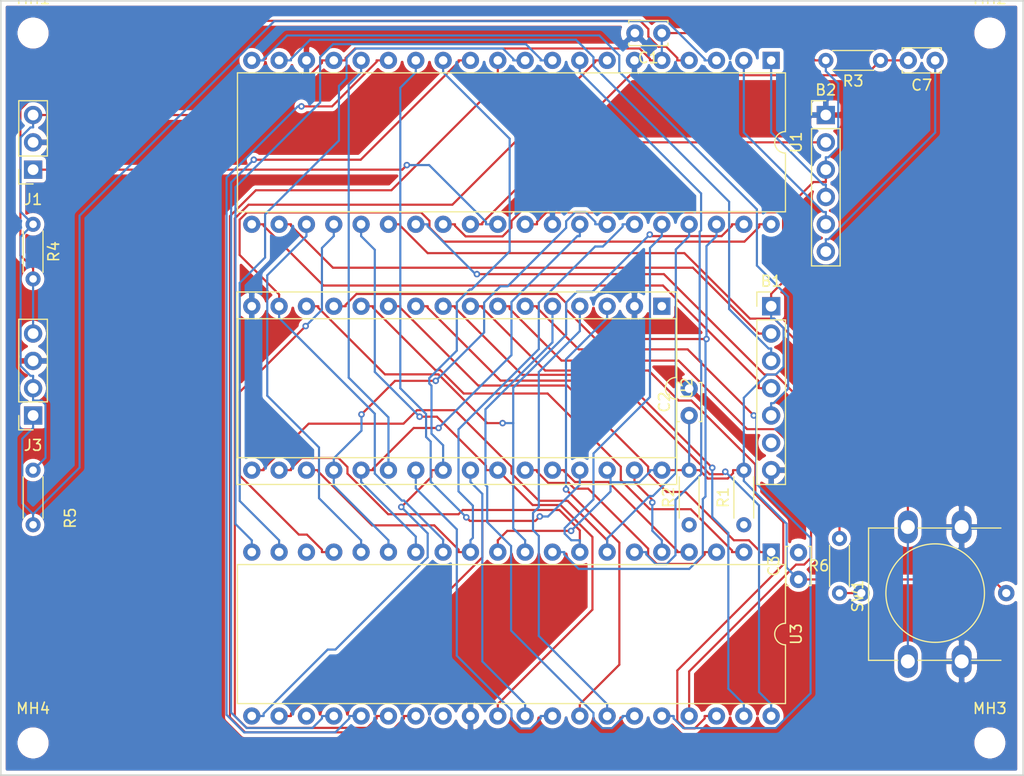
<source format=kicad_pcb>
(kicad_pcb (version 20171130) (host pcbnew 5.1.6+dfsg1-1)
  (layers (0 F.Cu signal hide) (31 B.Cu signal) (34 B.Paste user) (35 F.Paste user) (36 B.SilkS user) (37 F.SilkS user) (38 B.Mask user) (39 F.Mask user) (44 Edge.Cuts user))
  (net 0 "")
  (net 1 GND)
  (net 2 /A13)
  (net 3 VCC)
  (net 4 /A14)
  (net 5 /A15)
  (net 6 /D7)
  (net 7 /D6)
  (net 8 /D5)
  (net 9 /D4)
  (net 10 /A0)
  (net 11 /D3)
  (net 12 /A1)
  (net 13 /D2)
  (net 14 /A2)
  (net 15 /D1)
  (net 16 /A3)
  (net 17 /D0)
  (net 18 /A4)
  (net 19 /A5)
  (net 20 /A6)
  (net 21 /A7)
  (net 22 /A8)
  (net 23 /A9)
  (net 24 /A10)
  (net 25 /A11)
  (net 26 /A12)
  (net 27 /SD_DI)
  (net 28 /SD_DO)
  (net 29 /SD_SCK)
  (net 30 /DBG_RX)
  (net 31 /DBG_TX)
  (net 32 /SDA)
  (net 33 /SCL)
  (net 34 /~USR_LED~)
  (net 35 /~USR_SW~)
  (net 36 "Net-(B2-Pad6)")
  (net 37 "Net-(J1-Pad1)")
  (net 38 "Net-(R6-Pad1)")
  (net 39 "Net-(B1-Pad6)")
  (net 40 "Net-(R1-Pad1)")
  (net 41 "Net-(R2-Pad1)")
  (net 42 /~SD_CS~)
  (net 43 /~RAM_E~)
  (net 44 /~INT~)
  (net 45 /~RESET~)
  (net 46 /~NMI~)
  (net 47 /~DBG_RTS~)
  (net 48 /~DBG_RESET~)
  (net 49 /~BUSREQ~)
  (net 50 /~WR~)
  (net 51 /~RD~)
  (net 52 /~WAIT~)
  (net 53 /~M1~)
  (net 54 /~MREQ~)
  (net 55 /~IORQ~)
  (net 56 /CLK)
  (net 57 "Net-(U3-Pad18)")
  (net 58 "Net-(U3-Pad28)")
  (net 59 "Net-(U3-Pad23)")
  (module Package_DIP:DIP-40_W15.24mm (layer F.Cu) (at 169.58 118.26 270)
    (fp_text reference U3 (at 7.62 -2.33 90) (layer F.SilkS))
    (fp_text value Z84C00)
    (pad 40 thru_hole oval (at 15.24 0 270) (size 1.6 1.6) (drill 0.8) (layers *.Cu *.Mask) (net 24 /A10))
    (pad 20 thru_hole oval (at 0 48.26 270) (size 1.6 1.6) (drill 0.8) (layers *.Cu *.Mask) (net 55 /~IORQ~))
    (pad 39 thru_hole oval (at 15.24 2.54 270) (size 1.6 1.6) (drill 0.8) (layers *.Cu *.Mask) (net 23 /A9))
    (pad 19 thru_hole oval (at 0 45.72 270) (size 1.6 1.6) (drill 0.8) (layers *.Cu *.Mask) (net 54 /~MREQ~))
    (pad 38 thru_hole oval (at 15.24 5.08 270) (size 1.6 1.6) (drill 0.8) (layers *.Cu *.Mask) (net 22 /A8))
    (pad 18 thru_hole oval (at 0 43.18 270) (size 1.6 1.6) (drill 0.8) (layers *.Cu *.Mask) (net 57 "Net-(U3-Pad18)"))
    (pad 37 thru_hole oval (at 15.24 7.62 270) (size 1.6 1.6) (drill 0.8) (layers *.Cu *.Mask) (net 21 /A7))
    (pad 17 thru_hole oval (at 0 40.64 270) (size 1.6 1.6) (drill 0.8) (layers *.Cu *.Mask) (net 46 /~NMI~))
    (pad 36 thru_hole oval (at 15.24 10.16 270) (size 1.6 1.6) (drill 0.8) (layers *.Cu *.Mask) (net 20 /A6))
    (pad 16 thru_hole oval (at 0 38.1 270) (size 1.6 1.6) (drill 0.8) (layers *.Cu *.Mask) (net 44 /~INT~))
    (pad 35 thru_hole oval (at 15.24 12.7 270) (size 1.6 1.6) (drill 0.8) (layers *.Cu *.Mask) (net 19 /A5))
    (pad 15 thru_hole oval (at 0 35.56 270) (size 1.6 1.6) (drill 0.8) (layers *.Cu *.Mask) (net 15 /D1))
    (pad 34 thru_hole oval (at 15.24 15.24 270) (size 1.6 1.6) (drill 0.8) (layers *.Cu *.Mask) (net 18 /A4))
    (pad 14 thru_hole oval (at 0 33.02 270) (size 1.6 1.6) (drill 0.8) (layers *.Cu *.Mask) (net 17 /D0))
    (pad 33 thru_hole oval (at 15.24 17.78 270) (size 1.6 1.6) (drill 0.8) (layers *.Cu *.Mask) (net 16 /A3))
    (pad 13 thru_hole oval (at 0 30.48 270) (size 1.6 1.6) (drill 0.8) (layers *.Cu *.Mask) (net 6 /D7))
    (pad 32 thru_hole oval (at 15.24 20.32 270) (size 1.6 1.6) (drill 0.8) (layers *.Cu *.Mask) (net 14 /A2))
    (pad 12 thru_hole oval (at 0 27.94 270) (size 1.6 1.6) (drill 0.8) (layers *.Cu *.Mask) (net 13 /D2))
    (pad 31 thru_hole oval (at 15.24 22.86 270) (size 1.6 1.6) (drill 0.8) (layers *.Cu *.Mask) (net 12 /A1))
    (pad 11 thru_hole oval (at 0 25.4 270) (size 1.6 1.6) (drill 0.8) (layers *.Cu *.Mask) (net 3 VCC))
    (pad 30 thru_hole oval (at 15.24 25.4 270) (size 1.6 1.6) (drill 0.8) (layers *.Cu *.Mask) (net 10 /A0))
    (pad 10 thru_hole oval (at 0 22.86 270) (size 1.6 1.6) (drill 0.8) (layers *.Cu *.Mask) (net 7 /D6))
    (pad 29 thru_hole oval (at 15.24 27.94 270) (size 1.6 1.6) (drill 0.8) (layers *.Cu *.Mask) (net 1 GND))
    (pad 9 thru_hole oval (at 0 20.32 270) (size 1.6 1.6) (drill 0.8) (layers *.Cu *.Mask) (net 8 /D5))
    (pad 28 thru_hole oval (at 15.24 30.48 270) (size 1.6 1.6) (drill 0.8) (layers *.Cu *.Mask) (net 58 "Net-(U3-Pad28)"))
    (pad 8 thru_hole oval (at 0 17.78 270) (size 1.6 1.6) (drill 0.8) (layers *.Cu *.Mask) (net 11 /D3))
    (pad 27 thru_hole oval (at 15.24 33.02 270) (size 1.6 1.6) (drill 0.8) (layers *.Cu *.Mask) (net 53 /~M1~))
    (pad 7 thru_hole oval (at 0 15.24 270) (size 1.6 1.6) (drill 0.8) (layers *.Cu *.Mask) (net 9 /D4))
    (pad 26 thru_hole oval (at 15.24 35.56 270) (size 1.6 1.6) (drill 0.8) (layers *.Cu *.Mask) (net 45 /~RESET~))
    (pad 6 thru_hole oval (at 0 12.7 270) (size 1.6 1.6) (drill 0.8) (layers *.Cu *.Mask) (net 56 /CLK))
    (pad 25 thru_hole oval (at 15.24 38.1 270) (size 1.6 1.6) (drill 0.8) (layers *.Cu *.Mask) (net 49 /~BUSREQ~))
    (pad 5 thru_hole oval (at 0 10.16 270) (size 1.6 1.6) (drill 0.8) (layers *.Cu *.Mask) (net 5 /A15))
    (pad 24 thru_hole oval (at 15.24 40.64 270) (size 1.6 1.6) (drill 0.8) (layers *.Cu *.Mask) (net 52 /~WAIT~))
    (pad 4 thru_hole oval (at 0 7.62 270) (size 1.6 1.6) (drill 0.8) (layers *.Cu *.Mask) (net 4 /A14))
    (pad 23 thru_hole oval (at 15.24 43.18 270) (size 1.6 1.6) (drill 0.8) (layers *.Cu *.Mask) (net 59 "Net-(U3-Pad23)"))
    (pad 3 thru_hole oval (at 0 5.08 270) (size 1.6 1.6) (drill 0.8) (layers *.Cu *.Mask) (net 2 /A13))
    (pad 22 thru_hole oval (at 15.24 45.72 270) (size 1.6 1.6) (drill 0.8) (layers *.Cu *.Mask) (net 50 /~WR~))
    (pad 2 thru_hole oval (at 0 2.54 270) (size 1.6 1.6) (drill 0.8) (layers *.Cu *.Mask) (net 26 /A12))
    (pad 21 thru_hole oval (at 15.24 48.26 270) (size 1.6 1.6) (drill 0.8) (layers *.Cu *.Mask) (net 51 /~RD~))
    (pad 1 thru_hole rect (at 0 0 270) (size 1.6 1.6) (drill 0.8) (layers *.Cu *.Mask) (net 25 /A11))
  )
  (module 0-LocalLibrary:SW_PUSH-LED-12mm (layer F.Cu) (at 182.28 128.42 90)
    (fp_text reference SW1 (at 6.08 -4.66 90) (layer F.SilkS))
    (fp_text value TSD1265)
    (pad 4 thru_hole circle (at 6.35 9.144 90) (size 1.524 1.524) (drill 0.762) (layers *.Cu *.Mask) (net 3 VCC))
    (pad 3 thru_hole circle (at 6.35 -4.318 90) (size 1.524 1.524) (drill 0.762) (layers *.Cu *.Mask) (net 38 "Net-(R6-Pad1)"))
    (pad 1 thru_hole oval (at 12.5 0 90) (size 3.048 1.85) (drill 1.3) (layers *.Cu *.Mask) (net 35 /~USR_SW~))
    (pad 2 thru_hole oval (at 12.5 5 90) (size 3.048 1.85) (drill 1.3) (layers *.Cu *.Mask) (net 1 GND))
    (pad 1 thru_hole oval (at 0 0 90) (size 3.048 1.85) (drill 1.3) (layers *.Cu *.Mask) (net 35 /~USR_SW~))
    (pad 2 thru_hole oval (at 0 5 90) (size 3.048 1.85) (drill 1.3) (layers *.Cu *.Mask) (net 1 GND))
  )
  (module Resistor_THT:R_Axial_DIN0204_L3.6mm_D1.6mm_P5.08mm_Horizontal (layer F.Cu) (at 101 87.78 270)
    (fp_text reference R4 (at 2.54 -1.92 90) (layer F.SilkS))
    (fp_text value 4k7)
    (pad 2 thru_hole oval (at 5.08 0 270) (size 1.4 1.4) (drill 0.7) (layers *.Cu *.Mask) (net 33 /SCL))
    (pad 1 thru_hole circle (at 0 0 270) (size 1.4 1.4) (drill 0.7) (layers *.Cu *.Mask) (net 3 VCC))
  )
  (module Resistor_THT:R_Axial_DIN0204_L3.6mm_D1.6mm_P5.08mm_Horizontal (layer F.Cu) (at 101 110.64 270)
    (fp_text reference R5 (at 4.46 -3.46 90) (layer F.SilkS))
    (fp_text value 4k7)
    (pad 2 thru_hole oval (at 5.08 0 270) (size 1.4 1.4) (drill 0.7) (layers *.Cu *.Mask) (net 32 /SDA))
    (pad 1 thru_hole circle (at 0 0 270) (size 1.4 1.4) (drill 0.7) (layers *.Cu *.Mask) (net 3 VCC))
  )
  (module 0-LocalLibrary:GY232V2 (layer F.Cu) (at 174.66 77.62)
    (fp_text reference B2 (at 0 -2.33) (layer F.SilkS))
    (fp_text value USB_Serial)
    (pad 1 thru_hole rect (at 0 0) (size 1.7 1.7) (drill 1) (layers *.Cu *.Mask) (net 1 GND))
    (pad 2 thru_hole oval (at 0 2.54) (size 1.7 1.7) (drill 1) (layers *.Cu *.Mask) (net 47 /~DBG_RTS~))
    (pad 3 thru_hole oval (at 0 5.08) (size 1.7 1.7) (drill 1) (layers *.Cu *.Mask) (net 3 VCC))
    (pad 4 thru_hole oval (at 0 7.62) (size 1.7 1.7) (drill 1) (layers *.Cu *.Mask) (net 30 /DBG_RX))
    (pad 5 thru_hole oval (at 0 10.16) (size 1.7 1.7) (drill 1) (layers *.Cu *.Mask) (net 31 /DBG_TX))
    (pad 6 thru_hole oval (at 0 12.7) (size 1.7 1.7) (drill 1) (layers *.Cu *.Mask) (net 36 "Net-(B2-Pad6)"))
  )
  (module 0-LocalLibrary:uSD_CARD (layer F.Cu) (at 169.58 95.4)
    (fp_text reference B1 (at 0 -2.33) (layer F.SilkS))
    (fp_text value Micro_SD)
    (pad 1 thru_hole rect (at 0 0) (size 1.7 1.7) (drill 1) (layers *.Cu *.Mask) (net 3 VCC))
    (pad 2 thru_hole oval (at 0 2.54) (size 1.7 1.7) (drill 1) (layers *.Cu *.Mask) (net 42 /~SD_CS~))
    (pad 3 thru_hole oval (at 0 5.08) (size 1.7 1.7) (drill 1) (layers *.Cu *.Mask) (net 27 /SD_DI))
    (pad 4 thru_hole oval (at 0 7.62) (size 1.7 1.7) (drill 1) (layers *.Cu *.Mask) (net 29 /SD_SCK))
    (pad 5 thru_hole oval (at 0 10.16) (size 1.7 1.7) (drill 1) (layers *.Cu *.Mask) (net 28 /SD_DO))
    (pad 6 thru_hole oval (at 0 12.7) (size 1.7 1.7) (drill 1) (layers *.Cu *.Mask) (net 39 "Net-(B1-Pad6)"))
    (pad 7 thru_hole oval (at 0 15.24) (size 1.7 1.7) (drill 1) (layers *.Cu *.Mask) (net 1 GND))
  )
  (module Capacitor_THT:C_Disc_D3.4mm_W2.1mm_P2.50mm (layer F.Cu) (at 184.82 72.54 180)
    (fp_text reference C7 (at 1.25 -2.3) (layer F.SilkS))
    (fp_text value 0.1u)
    (pad 2 thru_hole circle (at 2.5 0 180) (size 1.6 1.6) (drill 0.8) (layers *.Cu *.Mask) (net 48 /~DBG_RESET~))
    (pad 1 thru_hole circle (at 0 0 180) (size 1.6 1.6) (drill 0.8) (layers *.Cu *.Mask) (net 36 "Net-(B2-Pad6)"))
  )
  (module Capacitor_THT:C_Disc_D3.4mm_W2.1mm_P2.50mm (layer F.Cu) (at 172.12 120.8 90)
    (fp_text reference C3 (at 1.25 -2.3 90) (layer F.SilkS))
    (fp_text value 0.1u)
    (pad 2 thru_hole circle (at 2.5 0 90) (size 1.6 1.6) (drill 0.8) (layers *.Cu *.Mask) (net 1 GND))
    (pad 1 thru_hole circle (at 0 0 90) (size 1.6 1.6) (drill 0.8) (layers *.Cu *.Mask) (net 3 VCC))
  )
  (module Capacitor_THT:C_Disc_D3.4mm_W2.1mm_P2.50mm (layer F.Cu) (at 161.96 105.56 90)
    (fp_text reference C2 (at 1.25 -2.3 90) (layer F.SilkS))
    (fp_text value 0.1u)
    (pad 2 thru_hole circle (at 2.5 0 90) (size 1.6 1.6) (drill 0.8) (layers *.Cu *.Mask) (net 1 GND))
    (pad 1 thru_hole circle (at 0 0 90) (size 1.6 1.6) (drill 0.8) (layers *.Cu *.Mask) (net 3 VCC))
  )
  (module Capacitor_THT:C_Disc_D3.4mm_W2.1mm_P2.50mm (layer F.Cu) (at 159.42 70 180)
    (fp_text reference C1 (at 1.25 -2.3) (layer F.SilkS))
    (fp_text value 0.1u)
    (pad 2 thru_hole circle (at 2.5 0 180) (size 1.6 1.6) (drill 0.8) (layers *.Cu *.Mask) (net 1 GND))
    (pad 1 thru_hole circle (at 0 0 180) (size 1.6 1.6) (drill 0.8) (layers *.Cu *.Mask) (net 3 VCC))
  )
  (module MountingHole:MountingHole_2.2mm_M2 (layer F.Cu) (at 101 70)
    (fp_text reference MH1 (at 0 -3.2) (layer F.SilkS))
    (fp_text value MountingHole_2.2mm_M2)
    (pad 1 np_thru_hole circle (at 0 0) (size 2.2 2.2) (drill 2.2) (layers *.Cu *.Mask))
  )
  (module MountingHole:MountingHole_2.2mm_M2 (layer F.Cu) (at 101 136)
    (fp_text reference MH4 (at 0 -3.2) (layer F.SilkS))
    (fp_text value MountingHole_2.2mm_M2)
    (pad 1 np_thru_hole circle (at 0 0) (size 2.2 2.2) (drill 2.2) (layers *.Cu *.Mask))
  )
  (module MountingHole:MountingHole_2.2mm_M2 (layer F.Cu) (at 189.9 136)
    (fp_text reference MH3 (at 0 -3.2) (layer F.SilkS))
    (fp_text value MountingHole_2.2mm_M2)
    (pad 1 np_thru_hole circle (at 0 0) (size 2.2 2.2) (drill 2.2) (layers *.Cu *.Mask))
  )
  (module Package_DIP:DIP-40_W15.24mm (layer F.Cu) (at 169.58 72.54 270)
    (fp_text reference U1 (at 7.62 -2.33 90) (layer F.SilkS))
    (fp_text value ATmega4809-P)
    (pad 40 thru_hole oval (at 15.24 0 270) (size 1.6 1.6) (drill 0.8) (layers *.Cu *.Mask) (net 6 /D7))
    (pad 20 thru_hole oval (at 0 48.26 270) (size 1.6 1.6) (drill 0.8) (layers *.Cu *.Mask) (net 28 /SD_DO))
    (pad 39 thru_hole oval (at 15.24 2.54 270) (size 1.6 1.6) (drill 0.8) (layers *.Cu *.Mask) (net 7 /D6))
    (pad 19 thru_hole oval (at 0 45.72 270) (size 1.6 1.6) (drill 0.8) (layers *.Cu *.Mask) (net 27 /SD_DI))
    (pad 38 thru_hole oval (at 15.24 5.08 270) (size 1.6 1.6) (drill 0.8) (layers *.Cu *.Mask) (net 8 /D5))
    (pad 18 thru_hole oval (at 0 43.18 270) (size 1.6 1.6) (drill 0.8) (layers *.Cu *.Mask) (net 1 GND))
    (pad 37 thru_hole oval (at 15.24 7.62 270) (size 1.6 1.6) (drill 0.8) (layers *.Cu *.Mask) (net 9 /D4))
    (pad 17 thru_hole oval (at 0 40.64 270) (size 1.6 1.6) (drill 0.8) (layers *.Cu *.Mask) (net 3 VCC))
    (pad 36 thru_hole oval (at 15.24 10.16 270) (size 1.6 1.6) (drill 0.8) (layers *.Cu *.Mask) (net 11 /D3))
    (pad 16 thru_hole oval (at 0 38.1 270) (size 1.6 1.6) (drill 0.8) (layers *.Cu *.Mask) (net 43 /~RAM_E~))
    (pad 35 thru_hole oval (at 15.24 12.7 270) (size 1.6 1.6) (drill 0.8) (layers *.Cu *.Mask) (net 13 /D2))
    (pad 15 thru_hole oval (at 0 35.56 270) (size 1.6 1.6) (drill 0.8) (layers *.Cu *.Mask) (net 49 /~BUSREQ~))
    (pad 34 thru_hole oval (at 15.24 15.24 270) (size 1.6 1.6) (drill 0.8) (layers *.Cu *.Mask) (net 15 /D1))
    (pad 14 thru_hole oval (at 0 33.02 270) (size 1.6 1.6) (drill 0.8) (layers *.Cu *.Mask) (net 50 /~WR~))
    (pad 33 thru_hole oval (at 15.24 17.78 270) (size 1.6 1.6) (drill 0.8) (layers *.Cu *.Mask) (net 17 /D0))
    (pad 13 thru_hole oval (at 0 30.48 270) (size 1.6 1.6) (drill 0.8) (layers *.Cu *.Mask) (net 51 /~RD~))
    (pad 32 thru_hole oval (at 15.24 20.32 270) (size 1.6 1.6) (drill 0.8) (layers *.Cu *.Mask) (net 1 GND))
    (pad 12 thru_hole oval (at 0 27.94 270) (size 1.6 1.6) (drill 0.8) (layers *.Cu *.Mask) (net 52 /~WAIT~))
    (pad 31 thru_hole oval (at 15.24 22.86 270) (size 1.6 1.6) (drill 0.8) (layers *.Cu *.Mask) (net 3 VCC))
    (pad 11 thru_hole oval (at 0 25.4 270) (size 1.6 1.6) (drill 0.8) (layers *.Cu *.Mask) (net 53 /~M1~))
    (pad 30 thru_hole oval (at 15.24 25.4 270) (size 1.6 1.6) (drill 0.8) (layers *.Cu *.Mask) (net 37 "Net-(J1-Pad1)"))
    (pad 10 thru_hole oval (at 0 22.86 270) (size 1.6 1.6) (drill 0.8) (layers *.Cu *.Mask) (net 54 /~MREQ~))
    (pad 29 thru_hole oval (at 15.24 27.94 270) (size 1.6 1.6) (drill 0.8) (layers *.Cu *.Mask) (net 48 /~DBG_RESET~))
    (pad 9 thru_hole oval (at 0 20.32 270) (size 1.6 1.6) (drill 0.8) (layers *.Cu *.Mask) (net 55 /~IORQ~))
    (pad 28 thru_hole oval (at 15.24 30.48 270) (size 1.6 1.6) (drill 0.8) (layers *.Cu *.Mask) (net 47 /~DBG_RTS~))
    (pad 8 thru_hole oval (at 0 17.78 270) (size 1.6 1.6) (drill 0.8) (layers *.Cu *.Mask) (net 56 /CLK))
    (pad 27 thru_hole oval (at 15.24 33.02 270) (size 1.6 1.6) (drill 0.8) (layers *.Cu *.Mask) (net 34 /~USR_LED~))
    (pad 7 thru_hole oval (at 0 15.24 270) (size 1.6 1.6) (drill 0.8) (layers *.Cu *.Mask) (net 45 /~RESET~))
    (pad 26 thru_hole oval (at 15.24 35.56 270) (size 1.6 1.6) (drill 0.8) (layers *.Cu *.Mask) (net 35 /~USR_SW~))
    (pad 6 thru_hole oval (at 0 12.7 270) (size 1.6 1.6) (drill 0.8) (layers *.Cu *.Mask) (net 1 GND))
    (pad 25 thru_hole oval (at 15.24 38.1 270) (size 1.6 1.6) (drill 0.8) (layers *.Cu *.Mask) (net 10 /A0))
    (pad 5 thru_hole oval (at 0 10.16 270) (size 1.6 1.6) (drill 0.8) (layers *.Cu *.Mask) (net 3 VCC))
    (pad 24 thru_hole oval (at 15.24 40.64 270) (size 1.6 1.6) (drill 0.8) (layers *.Cu *.Mask) (net 46 /~NMI~))
    (pad 4 thru_hole oval (at 0 7.62 270) (size 1.6 1.6) (drill 0.8) (layers *.Cu *.Mask) (net 33 /SCL))
    (pad 23 thru_hole oval (at 15.24 43.18 270) (size 1.6 1.6) (drill 0.8) (layers *.Cu *.Mask) (net 44 /~INT~))
    (pad 3 thru_hole oval (at 0 5.08 270) (size 1.6 1.6) (drill 0.8) (layers *.Cu *.Mask) (net 32 /SDA))
    (pad 22 thru_hole oval (at 15.24 45.72 270) (size 1.6 1.6) (drill 0.8) (layers *.Cu *.Mask) (net 42 /~SD_CS~))
    (pad 2 thru_hole oval (at 0 2.54 270) (size 1.6 1.6) (drill 0.8) (layers *.Cu *.Mask) (net 31 /DBG_TX))
    (pad 21 thru_hole oval (at 15.24 48.26 270) (size 1.6 1.6) (drill 0.8) (layers *.Cu *.Mask) (net 29 /SD_SCK))
    (pad 1 thru_hole rect (at 0 0 270) (size 1.6 1.6) (drill 0.8) (layers *.Cu *.Mask) (net 30 /DBG_RX))
  )
  (module MountingHole:MountingHole_2.2mm_M2 (layer F.Cu) (at 189.9 70)
    (fp_text reference MH2 (at 0 -3.2) (layer F.SilkS))
    (fp_text value MountingHole_2.2mm_M2)
    (pad 1 np_thru_hole circle (at 0 0) (size 2.2 2.2) (drill 2.2) (layers *.Cu *.Mask))
  )
  (module Resistor_THT:R_Axial_DIN0204_L3.6mm_D1.6mm_P5.08mm_Horizontal (layer F.Cu) (at 175.93 122.07 90)
    (fp_text reference R6 (at 2.54 -1.92 180) (layer F.SilkS))
    (fp_text value 560)
    (pad 2 thru_hole oval (at 5.08 0 90) (size 1.4 1.4) (drill 0.7) (layers *.Cu *.Mask) (net 34 /~USR_LED~))
    (pad 1 thru_hole circle (at 0 0 90) (size 1.4 1.4) (drill 0.7) (layers *.Cu *.Mask) (net 38 "Net-(R6-Pad1)"))
  )
  (module Resistor_THT:R_Axial_DIN0204_L3.6mm_D1.6mm_P5.08mm_Horizontal (layer F.Cu) (at 161.96 115.72 90)
    (fp_text reference R2 (at 2.54 -1.92 90) (layer F.SilkS))
    (fp_text value 10k)
    (pad 2 thru_hole oval (at 5.08 0 90) (size 1.4 1.4) (drill 0.7) (layers *.Cu *.Mask) (net 3 VCC))
    (pad 1 thru_hole circle (at 0 0 90) (size 1.4 1.4) (drill 0.7) (layers *.Cu *.Mask) (net 41 "Net-(R2-Pad1)"))
  )
  (module Resistor_THT:R_Axial_DIN0204_L3.6mm_D1.6mm_P5.08mm_Horizontal (layer F.Cu) (at 167.04 115.72 90)
    (fp_text reference R1 (at 2.54 -1.92 90) (layer F.SilkS))
    (fp_text value 10k)
    (pad 2 thru_hole oval (at 5.08 0 90) (size 1.4 1.4) (drill 0.7) (layers *.Cu *.Mask) (net 3 VCC))
    (pad 1 thru_hole circle (at 0 0 90) (size 1.4 1.4) (drill 0.7) (layers *.Cu *.Mask) (net 40 "Net-(R1-Pad1)"))
  )
  (module Resistor_THT:R_Axial_DIN0204_L3.6mm_D1.6mm_P5.08mm_Horizontal (layer F.Cu) (at 179.74 72.54 180)
    (fp_text reference R3 (at 2.54 -1.92) (layer F.SilkS))
    (fp_text value 10k)
    (pad 2 thru_hole oval (at 5.08 0 180) (size 1.4 1.4) (drill 0.7) (layers *.Cu *.Mask) (net 3 VCC))
    (pad 1 thru_hole circle (at 0 0 180) (size 1.4 1.4) (drill 0.7) (layers *.Cu *.Mask) (net 48 /~DBG_RESET~))
  )
  (module Connector_PinSocket_2.54mm:PinSocket_1x03_P2.54mm_Vertical (layer F.Cu) (at 101 82.7 180)
    (fp_text reference J1 (at 0 -2.77) (layer F.SilkS))
    (fp_text value Conn_AVR_UPDI)
    (pad 3 thru_hole oval (at 0 5.08 180) (size 1.7 1.7) (drill 1) (layers *.Cu *.Mask) (net 3 VCC))
    (pad 2 thru_hole oval (at 0 2.54 180) (size 1.7 1.7) (drill 1) (layers *.Cu *.Mask) (net 1 GND))
    (pad 1 thru_hole rect (at 0 0 180) (size 1.7 1.7) (drill 1) (layers *.Cu *.Mask) (net 37 "Net-(J1-Pad1)"))
  )
  (module Package_DIP:DIP-32_W15.24mm_Socket (layer F.Cu) (at 159.42 95.4 270)
    (fp_text reference U2 (at 7.62 -2.33 90) (layer F.SilkS))
    (fp_text value HM628128DLP-5)
    (pad 32 thru_hole oval (at 15.24 0 270) (size 1.6 1.6) (drill 0.8) (layers *.Cu *.Mask) (net 3 VCC))
    (pad 16 thru_hole oval (at 0 38.1 270) (size 1.6 1.6) (drill 0.8) (layers *.Cu *.Mask) (net 1 GND))
    (pad 31 thru_hole oval (at 15.24 2.54 270) (size 1.6 1.6) (drill 0.8) (layers *.Cu *.Mask) (net 5 /A15))
    (pad 15 thru_hole oval (at 0 35.56 270) (size 1.6 1.6) (drill 0.8) (layers *.Cu *.Mask) (net 6 /D7))
    (pad 30 thru_hole oval (at 15.24 5.08 270) (size 1.6 1.6) (drill 0.8) (layers *.Cu *.Mask) (net 3 VCC))
    (pad 14 thru_hole oval (at 0 33.02 270) (size 1.6 1.6) (drill 0.8) (layers *.Cu *.Mask) (net 7 /D6))
    (pad 29 thru_hole oval (at 15.24 7.62 270) (size 1.6 1.6) (drill 0.8) (layers *.Cu *.Mask) (net 50 /~WR~))
    (pad 13 thru_hole oval (at 0 30.48 270) (size 1.6 1.6) (drill 0.8) (layers *.Cu *.Mask) (net 8 /D5))
    (pad 28 thru_hole oval (at 15.24 10.16 270) (size 1.6 1.6) (drill 0.8) (layers *.Cu *.Mask) (net 4 /A14))
    (pad 12 thru_hole oval (at 0 27.94 270) (size 1.6 1.6) (drill 0.8) (layers *.Cu *.Mask) (net 26 /A12))
    (pad 27 thru_hole oval (at 15.24 12.7 270) (size 1.6 1.6) (drill 0.8) (layers *.Cu *.Mask) (net 2 /A13))
    (pad 11 thru_hole oval (at 0 25.4 270) (size 1.6 1.6) (drill 0.8) (layers *.Cu *.Mask) (net 25 /A11))
    (pad 26 thru_hole oval (at 15.24 15.24 270) (size 1.6 1.6) (drill 0.8) (layers *.Cu *.Mask) (net 10 /A0))
    (pad 10 thru_hole oval (at 0 22.86 270) (size 1.6 1.6) (drill 0.8) (layers *.Cu *.Mask) (net 24 /A10))
    (pad 25 thru_hole oval (at 15.24 17.78 270) (size 1.6 1.6) (drill 0.8) (layers *.Cu *.Mask) (net 12 /A1))
    (pad 9 thru_hole oval (at 0 20.32 270) (size 1.6 1.6) (drill 0.8) (layers *.Cu *.Mask) (net 23 /A9))
    (pad 24 thru_hole oval (at 15.24 20.32 270) (size 1.6 1.6) (drill 0.8) (layers *.Cu *.Mask) (net 51 /~RD~))
    (pad 8 thru_hole oval (at 0 17.78 270) (size 1.6 1.6) (drill 0.8) (layers *.Cu *.Mask) (net 22 /A8))
    (pad 23 thru_hole oval (at 15.24 22.86 270) (size 1.6 1.6) (drill 0.8) (layers *.Cu *.Mask) (net 14 /A2))
    (pad 7 thru_hole oval (at 0 15.24 270) (size 1.6 1.6) (drill 0.8) (layers *.Cu *.Mask) (net 21 /A7))
    (pad 22 thru_hole oval (at 15.24 25.4 270) (size 1.6 1.6) (drill 0.8) (layers *.Cu *.Mask) (net 43 /~RAM_E~))
    (pad 6 thru_hole oval (at 0 12.7 270) (size 1.6 1.6) (drill 0.8) (layers *.Cu *.Mask) (net 20 /A6))
    (pad 21 thru_hole oval (at 15.24 27.94 270) (size 1.6 1.6) (drill 0.8) (layers *.Cu *.Mask) (net 17 /D0))
    (pad 5 thru_hole oval (at 0 10.16 270) (size 1.6 1.6) (drill 0.8) (layers *.Cu *.Mask) (net 19 /A5))
    (pad 20 thru_hole oval (at 15.24 30.48 270) (size 1.6 1.6) (drill 0.8) (layers *.Cu *.Mask) (net 15 /D1))
    (pad 4 thru_hole oval (at 0 7.62 270) (size 1.6 1.6) (drill 0.8) (layers *.Cu *.Mask) (net 18 /A4))
    (pad 19 thru_hole oval (at 15.24 33.02 270) (size 1.6 1.6) (drill 0.8) (layers *.Cu *.Mask) (net 13 /D2))
    (pad 3 thru_hole oval (at 0 5.08 270) (size 1.6 1.6) (drill 0.8) (layers *.Cu *.Mask) (net 16 /A3))
    (pad 18 thru_hole oval (at 15.24 35.56 270) (size 1.6 1.6) (drill 0.8) (layers *.Cu *.Mask) (net 11 /D3))
    (pad 2 thru_hole oval (at 0 2.54 270) (size 1.6 1.6) (drill 0.8) (layers *.Cu *.Mask) (net 1 GND))
    (pad 17 thru_hole oval (at 15.24 38.1 270) (size 1.6 1.6) (drill 0.8) (layers *.Cu *.Mask) (net 9 /D4))
    (pad 1 thru_hole rect (at 0 0 270) (size 1.6 1.6) (drill 0.8) (layers *.Cu *.Mask))
  )
  (module Connector_PinSocket_2.54mm:PinSocket_1x04_P2.54mm_Vertical (layer F.Cu) (at 101 105.56 180)
    (fp_text reference J3 (at 0 -2.77) (layer F.SilkS))
    (fp_text value Conn_I2C_Master)
    (pad 4 thru_hole oval (at 0 7.62 180) (size 1.7 1.7) (drill 1) (layers *.Cu *.Mask) (net 33 /SCL))
    (pad 3 thru_hole oval (at 0 5.08 180) (size 1.7 1.7) (drill 1) (layers *.Cu *.Mask) (net 1 GND))
    (pad 2 thru_hole oval (at 0 2.54 180) (size 1.7 1.7) (drill 1) (layers *.Cu *.Mask) (net 3 VCC))
    (pad 1 thru_hole rect (at 0 0 180) (size 1.7 1.7) (drill 1) (layers *.Cu *.Mask) (net 32 /SDA))
  )
  (gr_line (start 98 139) (end 98 67) (layer Edge.Cuts) (width 0.15))
  (gr_line (start 193 139) (end 98 139) (layer Edge.Cuts) (width 0.15))
  (gr_line (start 193 67) (end 193 139) (layer Edge.Cuts) (width 0.15))
  (gr_line (start 98 67) (end 193 67) (layer Edge.Cuts) (width 0.15))
  (segment (start 163.3997 118.26) (end 163.3997 118.488) (width 0.2) (layer F.Cu) (net 2))
  (segment (start 163.3997 118.488) (end 162.5272 119.3605) (width 0.2) (layer F.Cu) (net 2))
  (segment (start 162.5272 119.3605) (end 158.9532 119.3605) (width 0.2) (layer F.Cu) (net 2))
  (segment (start 158.9532 119.3605) (end 158.15 118.5573) (width 0.2) (layer F.Cu) (net 2))
  (segment (start 158.15 118.5573) (end 158.15 117.9325) (width 0.2) (layer F.Cu) (net 2))
  (segment (start 158.15 117.9325) (end 152.5743 112.3568) (width 0.2) (layer F.Cu) (net 2))
  (segment (start 152.5743 112.3568) (end 151.2939 112.3568) (width 0.2) (layer F.Cu) (net 2))
  (segment (start 151.2939 112.3568) (end 150.7654 111.8283) (width 0.2) (layer F.Cu) (net 2))
  (segment (start 150.7654 111.8283) (end 148.8709 111.8283) (width 0.2) (layer F.Cu) (net 2))
  (segment (start 148.8709 111.8283) (end 147.8203 110.7777) (width 0.2) (layer F.Cu) (net 2))
  (segment (start 147.8203 110.7777) (end 147.8203 110.64) (width 0.2) (layer F.Cu) (net 2))
  (segment (start 164.5 118.26) (end 163.3997 118.26) (width 0.2) (layer F.Cu) (net 2))
  (segment (start 146.72 110.64) (end 147.8203 110.64) (width 0.2) (layer F.Cu) (net 2))
  (segment (start 154.6545 111.7601) (end 154.6545 112.6217) (width 0.2) (layer B.Cu) (net 3))
  (segment (start 154.6545 112.6217) (end 150.9912 116.285) (width 0.2) (layer B.Cu) (net 3))
  (segment (start 154.6545 110.64) (end 154.6545 111.7601) (width 0.2) (layer B.Cu) (net 3))
  (segment (start 158.3197 110.64) (end 158.3197 110.7775) (width 0.2) (layer B.Cu) (net 3))
  (segment (start 158.3197 110.7775) (end 157.3371 111.7601) (width 0.2) (layer B.Cu) (net 3))
  (segment (start 157.3371 111.7601) (end 154.6545 111.7601) (width 0.2) (layer B.Cu) (net 3))
  (segment (start 159.42 110.64) (end 158.3197 110.64) (width 0.2) (layer B.Cu) (net 3))
  (segment (start 144.18 118.26) (end 144.18 117.1597) (width 0.2) (layer F.Cu) (net 3))
  (segment (start 150.9912 116.285) (end 145.0547 116.285) (width 0.2) (layer F.Cu) (net 3))
  (segment (start 145.0547 116.285) (end 144.18 117.1597) (width 0.2) (layer F.Cu) (net 3))
  (segment (start 154.34 110.64) (end 154.6545 110.64) (width 0.2) (layer B.Cu) (net 3))
  (segment (start 170.6881 86.6663) (end 170.6881 93.1416) (width 0.2) (layer F.Cu) (net 3))
  (segment (start 170.6881 93.1416) (end 169.58 94.2497) (width 0.2) (layer F.Cu) (net 3))
  (segment (start 174.66 83.8503) (end 173.5041 83.8503) (width 0.2) (layer F.Cu) (net 3))
  (segment (start 173.5041 83.8503) (end 170.6881 86.6663) (width 0.2) (layer F.Cu) (net 3))
  (segment (start 170.6881 86.6663) (end 148.706 86.6663) (width 0.2) (layer F.Cu) (net 3))
  (segment (start 148.706 86.6663) (end 147.8203 87.552) (width 0.2) (layer F.Cu) (net 3))
  (segment (start 147.8203 87.552) (end 147.8203 87.78) (width 0.2) (layer F.Cu) (net 3))
  (segment (start 162.9603 110.64) (end 162.9603 110.6841) (width 0.2) (layer F.Cu) (net 3))
  (segment (start 162.9603 110.6841) (end 163.6938 111.4176) (width 0.2) (layer F.Cu) (net 3))
  (segment (start 163.6938 111.4176) (end 165.5454 111.4176) (width 0.2) (layer F.Cu) (net 3))
  (segment (start 165.5454 111.4176) (end 166.0397 110.9233) (width 0.2) (layer F.Cu) (net 3))
  (segment (start 166.0397 110.9233) (end 166.0397 110.64) (width 0.2) (layer F.Cu) (net 3))
  (segment (start 172.12 120.8) (end 190.154 120.8) (width 0.2) (layer F.Cu) (net 3))
  (segment (start 190.154 120.8) (end 191.424 122.07) (width 0.2) (layer F.Cu) (net 3))
  (segment (start 146.72 87.78) (end 147.8203 87.78) (width 0.2) (layer F.Cu) (net 3))
  (segment (start 169.58 95.4) (end 169.58 94.2497) (width 0.2) (layer F.Cu) (net 3))
  (segment (start 174.66 82.7) (end 174.66 83.8503) (width 0.2) (layer F.Cu) (net 3))
  (segment (start 161.96 110.64) (end 162.9603 110.64) (width 0.2) (layer F.Cu) (net 3))
  (segment (start 167.04 110.64) (end 166.0397 110.64) (width 0.2) (layer F.Cu) (net 3))
  (segment (start 161.96 110.64) (end 159.42 110.64) (width 0.2) (layer F.Cu) (net 3))
  (segment (start 169.58 96.5503) (end 169.8676 96.5503) (width 0.2) (layer B.Cu) (net 3))
  (segment (start 169.8676 96.5503) (end 170.7338 97.4165) (width 0.2) (layer B.Cu) (net 3))
  (segment (start 170.7338 97.4165) (end 170.7338 101.032) (width 0.2) (layer B.Cu) (net 3))
  (segment (start 170.7338 101.032) (end 170.0158 101.75) (width 0.2) (layer B.Cu) (net 3))
  (segment (start 170.0158 101.75) (end 169.1981 101.75) (width 0.2) (layer B.Cu) (net 3))
  (segment (start 169.1981 101.75) (end 167.04 103.9081) (width 0.2) (layer B.Cu) (net 3))
  (segment (start 167.04 103.9081) (end 167.04 109.6397) (width 0.2) (layer B.Cu) (net 3))
  (segment (start 174.66 82.7) (end 174.66 81.5497) (width 0.2) (layer B.Cu) (net 3))
  (segment (start 174.66 72.54) (end 174.66 73.5403) (width 0.2) (layer B.Cu) (net 3))
  (segment (start 174.66 73.5403) (end 175.8148 74.6951) (width 0.2) (layer B.Cu) (net 3))
  (segment (start 175.8148 74.6951) (end 175.8148 80.6332) (width 0.2) (layer B.Cu) (net 3))
  (segment (start 175.8148 80.6332) (end 174.8983 81.5497) (width 0.2) (layer B.Cu) (net 3))
  (segment (start 174.8983 81.5497) (end 174.66 81.5497) (width 0.2) (layer B.Cu) (net 3))
  (segment (start 174.66 72.54) (end 173.6597 72.54) (width 0.2) (layer F.Cu) (net 3))
  (segment (start 159.42 70) (end 171.1197 70) (width 0.2) (layer F.Cu) (net 3))
  (segment (start 171.1197 70) (end 173.6597 72.54) (width 0.2) (layer F.Cu) (net 3))
  (segment (start 101 87.78) (end 99.8397 86.6197) (width 0.2) (layer B.Cu) (net 3))
  (segment (start 99.8397 86.6197) (end 99.8397 79.6922) (width 0.2) (layer B.Cu) (net 3))
  (segment (start 99.8397 79.6922) (end 100.7616 78.7703) (width 0.2) (layer B.Cu) (net 3))
  (segment (start 100.7616 78.7703) (end 101 78.7703) (width 0.2) (layer B.Cu) (net 3))
  (segment (start 101 77.62) (end 101 78.7703) (width 0.2) (layer B.Cu) (net 3))
  (segment (start 101 87.78) (end 99.8422 88.9378) (width 0.2) (layer B.Cu) (net 3))
  (segment (start 99.8422 88.9378) (end 99.8422 100.9503) (width 0.2) (layer B.Cu) (net 3))
  (segment (start 99.8422 100.9503) (end 100.7616 101.8697) (width 0.2) (layer B.Cu) (net 3))
  (segment (start 100.7616 101.8697) (end 101 101.8697) (width 0.2) (layer B.Cu) (net 3))
  (segment (start 128.94 72.54) (end 130.0403 72.54) (width 0.2) (layer F.Cu) (net 3))
  (segment (start 159.42 72.54) (end 158.3197 72.54) (width 0.2) (layer F.Cu) (net 3))
  (segment (start 158.3197 72.54) (end 158.3197 72.4025) (width 0.2) (layer F.Cu) (net 3))
  (segment (start 158.3197 72.4025) (end 157.349 71.4318) (width 0.2) (layer F.Cu) (net 3))
  (segment (start 157.349 71.4318) (end 130.9205 71.4318) (width 0.2) (layer F.Cu) (net 3))
  (segment (start 130.9205 71.4318) (end 130.0403 72.312) (width 0.2) (layer F.Cu) (net 3))
  (segment (start 130.0403 72.312) (end 130.0403 72.54) (width 0.2) (layer F.Cu) (net 3))
  (segment (start 128.94 72.54) (end 127.8397 72.54) (width 0.2) (layer F.Cu) (net 3))
  (segment (start 101 77.62) (end 122.9877 77.62) (width 0.2) (layer F.Cu) (net 3))
  (segment (start 122.9877 77.62) (end 127.8397 72.768) (width 0.2) (layer F.Cu) (net 3))
  (segment (start 127.8397 72.768) (end 127.8397 72.54) (width 0.2) (layer F.Cu) (net 3))
  (segment (start 101 103.02) (end 101 101.8697) (width 0.2) (layer B.Cu) (net 3))
  (segment (start 101 103.02) (end 101 104.1703) (width 0.2) (layer B.Cu) (net 3))
  (segment (start 101 104.1703) (end 101.7908 104.1703) (width 0.2) (layer B.Cu) (net 3))
  (segment (start 101.7908 104.1703) (end 102.1504 104.5299) (width 0.2) (layer B.Cu) (net 3))
  (segment (start 102.1504 104.5299) (end 102.1504 109.4896) (width 0.2) (layer B.Cu) (net 3))
  (segment (start 102.1504 109.4896) (end 101 110.64) (width 0.2) (layer B.Cu) (net 3))
  (segment (start 167.04 110.64) (end 167.04 109.6397) (width 0.2) (layer B.Cu) (net 3))
  (segment (start 169.58 95.4) (end 169.58 96.5503) (width 0.2) (layer B.Cu) (net 3))
  (segment (start 167.04 110.64) (end 167.04 111.6403) (width 0.2) (layer B.Cu) (net 3))
  (segment (start 172.12 120.8) (end 171.0124 119.6924) (width 0.2) (layer B.Cu) (net 3))
  (segment (start 171.0124 119.6924) (end 171.0124 115.6127) (width 0.2) (layer B.Cu) (net 3))
  (segment (start 171.0124 115.6127) (end 167.04 111.6403) (width 0.2) (layer B.Cu) (net 3))
  (segment (start 161.96 105.56) (end 161.96 110.64) (width 0.2) (layer B.Cu) (net 3))
  (segment (start 159.42 72.54) (end 159.42 70) (width 0.2) (layer B.Cu) (net 3))
  (via (at 150.9912 116.285) (size 0.6) (layers F.Cu B.Cu) (net 3))
  (segment (start 161.96 118.26) (end 160.8597 118.26) (width 0.2) (layer F.Cu) (net 4))
  (segment (start 149.26 110.64) (end 150.3603 110.64) (width 0.2) (layer F.Cu) (net 4))
  (segment (start 150.3603 110.64) (end 150.3603 110.7577) (width 0.2) (layer F.Cu) (net 4))
  (segment (start 150.3603 110.7577) (end 151.343 111.7404) (width 0.2) (layer F.Cu) (net 4))
  (segment (start 151.343 111.7404) (end 154.4567 111.7404) (width 0.2) (layer F.Cu) (net 4))
  (segment (start 154.4567 111.7404) (end 160.8597 118.1434) (width 0.2) (layer F.Cu) (net 4))
  (segment (start 160.8597 118.1434) (end 160.8597 118.26) (width 0.2) (layer F.Cu) (net 4))
  (segment (start 159.42 118.26) (end 159.42 117.1597) (width 0.2) (layer B.Cu) (net 5))
  (segment (start 156.88 110.64) (end 156.88 111.7403) (width 0.2) (layer F.Cu) (net 5))
  (segment (start 158.5378 113.645) (end 158.5378 116.2775) (width 0.2) (layer B.Cu) (net 5))
  (segment (start 158.5378 116.2775) (end 159.42 117.1597) (width 0.2) (layer B.Cu) (net 5))
  (segment (start 156.88 111.7403) (end 158.5378 113.3981) (width 0.2) (layer F.Cu) (net 5))
  (segment (start 158.5378 113.3981) (end 158.5378 113.645) (width 0.2) (layer F.Cu) (net 5))
  (via (at 158.5378 113.645) (size 0.6) (layers F.Cu B.Cu) (net 5))
  (segment (start 139.1 117.1597) (end 139.1 117.1018) (width 0.2) (layer B.Cu) (net 6))
  (segment (start 139.1 117.1018) (end 135.4635 113.4653) (width 0.2) (layer B.Cu) (net 6))
  (segment (start 135.4635 113.4653) (end 135.2579 113.4653) (width 0.2) (layer B.Cu) (net 6))
  (segment (start 135.2579 113.4653) (end 132.75 110.9574) (width 0.2) (layer B.Cu) (net 6))
  (segment (start 132.75 110.9574) (end 132.75 105.3903) (width 0.2) (layer B.Cu) (net 6))
  (segment (start 132.75 105.3903) (end 123.86 96.5003) (width 0.2) (layer B.Cu) (net 6))
  (segment (start 139.1 118.26) (end 139.1 117.1597) (width 0.2) (layer B.Cu) (net 6))
  (segment (start 123.86 95.4) (end 123.86 96.5003) (width 0.2) (layer B.Cu) (net 6))
  (segment (start 169.58 87.78) (end 168.4797 87.78) (width 0.2) (layer F.Cu) (net 6))
  (segment (start 123.86 95.4) (end 123.86 94.2997) (width 0.2) (layer F.Cu) (net 6))
  (segment (start 123.86 94.2997) (end 120.1907 90.6304) (width 0.2) (layer F.Cu) (net 6))
  (segment (start 120.1907 90.6304) (end 120.1907 87.3513) (width 0.2) (layer F.Cu) (net 6))
  (segment (start 120.1907 87.3513) (end 120.8671 86.6749) (width 0.2) (layer F.Cu) (net 6))
  (segment (start 120.8671 86.6749) (end 137.0487 86.6749) (width 0.2) (layer F.Cu) (net 6))
  (segment (start 137.0487 86.6749) (end 137.83 87.4562) (width 0.2) (layer F.Cu) (net 6))
  (segment (start 137.83 87.4562) (end 137.83 88.0794) (width 0.2) (layer F.Cu) (net 6))
  (segment (start 137.83 88.0794) (end 139.1423 89.3917) (width 0.2) (layer F.Cu) (net 6))
  (segment (start 139.1423 89.3917) (end 167.096 89.3917) (width 0.2) (layer F.Cu) (net 6))
  (segment (start 167.096 89.3917) (end 168.4797 88.008) (width 0.2) (layer F.Cu) (net 6))
  (segment (start 168.4797 88.008) (end 168.4797 87.78) (width 0.2) (layer F.Cu) (net 6))
  (segment (start 167.04 87.78) (end 165.9397 87.78) (width 0.2) (layer F.Cu) (net 7))
  (segment (start 158.2981 88.7324) (end 152.9708 94.0597) (width 0.2) (layer B.Cu) (net 7))
  (segment (start 152.9708 94.0597) (end 151.5215 94.0597) (width 0.2) (layer B.Cu) (net 7))
  (segment (start 151.5215 94.0597) (end 150.53 95.0512) (width 0.2) (layer B.Cu) (net 7))
  (segment (start 150.53 95.0512) (end 150.53 98.0528) (width 0.2) (layer B.Cu) (net 7))
  (segment (start 150.53 98.0528) (end 145.6132 102.9696) (width 0.2) (layer B.Cu) (net 7))
  (segment (start 145.6132 102.9696) (end 145.6132 106.2666) (width 0.2) (layer B.Cu) (net 7))
  (segment (start 165.9397 87.78) (end 165.9397 87.9175) (width 0.2) (layer F.Cu) (net 7))
  (segment (start 165.9397 87.9175) (end 164.9768 88.8804) (width 0.2) (layer F.Cu) (net 7))
  (segment (start 164.9768 88.8804) (end 158.4461 88.8804) (width 0.2) (layer F.Cu) (net 7))
  (segment (start 158.4461 88.8804) (end 158.2981 88.7324) (width 0.2) (layer F.Cu) (net 7))
  (segment (start 146.72 117.1597) (end 145.6132 116.0529) (width 0.2) (layer B.Cu) (net 7))
  (segment (start 145.6132 116.0529) (end 145.6132 106.2666) (width 0.2) (layer B.Cu) (net 7))
  (segment (start 145.6132 106.2666) (end 144.626 106.2666) (width 0.2) (layer B.Cu) (net 7))
  (segment (start 144.626 106.2666) (end 143.1951 106.2666) (width 0.2) (layer F.Cu) (net 7))
  (segment (start 143.1951 106.2666) (end 138.6616 101.7331) (width 0.2) (layer F.Cu) (net 7))
  (segment (start 138.6616 101.7331) (end 133.6957 101.7331) (width 0.2) (layer F.Cu) (net 7))
  (segment (start 133.6957 101.7331) (end 127.5003 95.5377) (width 0.2) (layer F.Cu) (net 7))
  (segment (start 127.5003 95.5377) (end 127.5003 95.4) (width 0.2) (layer F.Cu) (net 7))
  (segment (start 126.4 95.4) (end 127.5003 95.4) (width 0.2) (layer F.Cu) (net 7))
  (segment (start 146.72 118.26) (end 146.72 117.1597) (width 0.2) (layer B.Cu) (net 7))
  (via (at 158.2981 88.7324) (size 0.6) (layers F.Cu B.Cu) (net 7))
  (via (at 144.626 106.2666) (size 0.6) (layers F.Cu B.Cu) (net 7))
  (segment (start 150.3603 118.26) (end 150.3603 118.488) (width 0.2) (layer B.Cu) (net 8))
  (segment (start 150.3603 118.488) (end 151.6904 119.8181) (width 0.2) (layer B.Cu) (net 8))
  (segment (start 151.6904 119.8181) (end 161.9737 119.8181) (width 0.2) (layer B.Cu) (net 8))
  (segment (start 161.9737 119.8181) (end 163.23 118.5618) (width 0.2) (layer B.Cu) (net 8))
  (segment (start 163.23 118.5618) (end 163.23 113.3348) (width 0.2) (layer B.Cu) (net 8))
  (segment (start 163.23 113.3348) (end 163.4803 113.0845) (width 0.2) (layer B.Cu) (net 8))
  (segment (start 163.4803 113.0845) (end 163.4803 98.5377) (width 0.2) (layer B.Cu) (net 8))
  (segment (start 163.4803 98.5377) (end 163.5699 98.4481) (width 0.2) (layer B.Cu) (net 8))
  (segment (start 164.5 88.8803) (end 163.5699 89.8104) (width 0.2) (layer B.Cu) (net 8))
  (segment (start 163.5699 89.8104) (end 163.5699 98.4481) (width 0.2) (layer B.Cu) (net 8))
  (segment (start 149.26 118.26) (end 150.3603 118.26) (width 0.2) (layer B.Cu) (net 8))
  (segment (start 163.5699 98.4481) (end 153.2802 98.4481) (width 0.2) (layer F.Cu) (net 8))
  (segment (start 153.2802 98.4481) (end 150.53 95.6979) (width 0.2) (layer F.Cu) (net 8))
  (segment (start 150.53 95.6979) (end 150.53 95.1021) (width 0.2) (layer F.Cu) (net 8))
  (segment (start 150.53 95.1021) (end 149.6868 94.2589) (width 0.2) (layer F.Cu) (net 8))
  (segment (start 149.6868 94.2589) (end 131.0439 94.2589) (width 0.2) (layer F.Cu) (net 8))
  (segment (start 131.0439 94.2589) (end 130.0403 95.2625) (width 0.2) (layer F.Cu) (net 8))
  (segment (start 130.0403 95.2625) (end 130.0403 95.4) (width 0.2) (layer F.Cu) (net 8))
  (segment (start 128.94 95.4) (end 130.0403 95.4) (width 0.2) (layer F.Cu) (net 8))
  (segment (start 164.5 87.78) (end 164.5 88.8803) (width 0.2) (layer B.Cu) (net 8))
  (via (at 163.5699 98.4481) (size 0.6) (layers F.Cu B.Cu) (net 8))
  (segment (start 154.34 117.1597) (end 150.6647 113.4844) (width 0.2) (layer F.Cu) (net 9))
  (segment (start 150.6647 113.4844) (end 147.9956 113.4844) (width 0.2) (layer F.Cu) (net 9))
  (segment (start 147.9956 113.4844) (end 145.45 110.9388) (width 0.2) (layer F.Cu) (net 9))
  (segment (start 145.45 110.9388) (end 145.45 110.3155) (width 0.2) (layer F.Cu) (net 9))
  (segment (start 145.45 110.3155) (end 140.2013 105.0668) (width 0.2) (layer F.Cu) (net 9))
  (segment (start 140.2013 105.0668) (end 136.666 105.0668) (width 0.2) (layer F.Cu) (net 9))
  (segment (start 136.666 105.0668) (end 135.4143 106.3185) (width 0.2) (layer F.Cu) (net 9))
  (segment (start 135.4143 106.3185) (end 126.6043 106.3185) (width 0.2) (layer F.Cu) (net 9))
  (segment (start 126.6043 106.3185) (end 122.4203 110.5025) (width 0.2) (layer F.Cu) (net 9))
  (segment (start 122.4203 110.5025) (end 122.4203 110.64) (width 0.2) (layer F.Cu) (net 9))
  (segment (start 154.34 118.26) (end 154.34 117.1597) (width 0.2) (layer F.Cu) (net 9))
  (segment (start 121.32 110.64) (end 122.4203 110.64) (width 0.2) (layer F.Cu) (net 9))
  (segment (start 161.96 87.78) (end 161.96 88.8803) (width 0.2) (layer B.Cu) (net 9))
  (segment (start 154.34 118.26) (end 154.34 117.1597) (width 0.2) (layer B.Cu) (net 9))
  (segment (start 154.34 117.1597) (end 154.34 116.9939) (width 0.2) (layer B.Cu) (net 9))
  (segment (start 154.34 116.9939) (end 158.2892 113.0447) (width 0.2) (layer B.Cu) (net 9))
  (segment (start 158.2892 113.0447) (end 158.5925 113.0447) (width 0.2) (layer B.Cu) (net 9))
  (segment (start 158.5925 113.0447) (end 160.7205 110.9167) (width 0.2) (layer B.Cu) (net 9))
  (segment (start 160.7205 110.9167) (end 160.7205 90.1198) (width 0.2) (layer B.Cu) (net 9))
  (segment (start 160.7205 90.1198) (end 161.96 88.8803) (width 0.2) (layer B.Cu) (net 9))
  (segment (start 144.18 110.64) (end 143.0797 110.64) (width 0.2) (layer F.Cu) (net 10))
  (segment (start 144.18 110.64) (end 147.4248 113.8848) (width 0.2) (layer F.Cu) (net 10))
  (segment (start 147.4248 113.8848) (end 150.0073 113.8848) (width 0.2) (layer F.Cu) (net 10))
  (segment (start 150.0073 113.8848) (end 152.9743 116.8518) (width 0.2) (layer F.Cu) (net 10))
  (segment (start 152.9743 116.8518) (end 152.9743 123.6054) (width 0.2) (layer F.Cu) (net 10))
  (segment (start 152.9743 123.6054) (end 144.18 132.3997) (width 0.2) (layer F.Cu) (net 10))
  (segment (start 143.0797 110.64) (end 143.0797 110.2274) (width 0.2) (layer F.Cu) (net 10))
  (segment (start 143.0797 110.2274) (end 138.5194 105.6671) (width 0.2) (layer F.Cu) (net 10))
  (segment (start 138.5194 105.6671) (end 136.9146 105.6671) (width 0.2) (layer F.Cu) (net 10))
  (segment (start 131.48 87.78) (end 131.48 88.8803) (width 0.2) (layer B.Cu) (net 10))
  (segment (start 136.9146 105.6671) (end 132.75 101.5025) (width 0.2) (layer B.Cu) (net 10))
  (segment (start 132.75 101.5025) (end 132.75 90.1503) (width 0.2) (layer B.Cu) (net 10))
  (segment (start 132.75 90.1503) (end 131.48 88.8803) (width 0.2) (layer B.Cu) (net 10))
  (segment (start 144.18 133.5) (end 144.18 132.3997) (width 0.2) (layer F.Cu) (net 10))
  (via (at 136.9146 105.6671) (size 0.6) (layers F.Cu B.Cu) (net 10))
  (segment (start 159.42 87.78) (end 159.42 88.8803) (width 0.2) (layer B.Cu) (net 11))
  (segment (start 151.8 118.26) (end 151.8 117.1597) (width 0.2) (layer B.Cu) (net 11))
  (segment (start 159.42 88.8803) (end 158.3197 89.9806) (width 0.2) (layer B.Cu) (net 11))
  (segment (start 158.3197 89.9806) (end 158.3197 103.8395) (width 0.2) (layer B.Cu) (net 11))
  (segment (start 158.3197 103.8395) (end 153.07 109.0892) (width 0.2) (layer B.Cu) (net 11))
  (segment (start 153.07 109.0892) (end 153.07 113.3573) (width 0.2) (layer B.Cu) (net 11))
  (segment (start 153.07 113.3573) (end 150.3909 116.0364) (width 0.2) (layer B.Cu) (net 11))
  (segment (start 150.3909 116.0364) (end 150.3909 116.5377) (width 0.2) (layer B.Cu) (net 11))
  (segment (start 150.3909 116.5377) (end 151.0129 117.1597) (width 0.2) (layer B.Cu) (net 11))
  (segment (start 151.0129 117.1597) (end 151.8 117.1597) (width 0.2) (layer B.Cu) (net 11))
  (segment (start 151.8 117.1597) (end 151.8 116.2448) (width 0.2) (layer F.Cu) (net 11))
  (segment (start 151.8 116.2448) (end 149.8999 114.3447) (width 0.2) (layer F.Cu) (net 11))
  (segment (start 149.8999 114.3447) (end 140.9278 114.3447) (width 0.2) (layer F.Cu) (net 11))
  (segment (start 140.9278 114.3447) (end 140.5323 114.7402) (width 0.2) (layer F.Cu) (net 11))
  (segment (start 140.5323 114.7402) (end 133.994 114.7402) (width 0.2) (layer F.Cu) (net 11))
  (segment (start 133.994 114.7402) (end 130.21 110.9562) (width 0.2) (layer F.Cu) (net 11))
  (segment (start 130.21 110.9562) (end 130.21 110.3462) (width 0.2) (layer F.Cu) (net 11))
  (segment (start 130.21 110.3462) (end 129.3669 109.5031) (width 0.2) (layer F.Cu) (net 11))
  (segment (start 129.3669 109.5031) (end 125.9597 109.5031) (width 0.2) (layer F.Cu) (net 11))
  (segment (start 125.9597 109.5031) (end 124.9603 110.5025) (width 0.2) (layer F.Cu) (net 11))
  (segment (start 124.9603 110.5025) (end 124.9603 110.64) (width 0.2) (layer F.Cu) (net 11))
  (segment (start 151.8 118.26) (end 151.8 117.1597) (width 0.2) (layer F.Cu) (net 11))
  (segment (start 123.86 110.64) (end 124.9603 110.64) (width 0.2) (layer F.Cu) (net 11))
  (segment (start 146.72 132.3997) (end 142.7403 128.42) (width 0.2) (layer B.Cu) (net 12))
  (segment (start 142.7403 128.42) (end 142.7403 112.8406) (width 0.2) (layer B.Cu) (net 12))
  (segment (start 142.7403 112.8406) (end 141.64 111.7403) (width 0.2) (layer B.Cu) (net 12))
  (segment (start 146.72 133.5) (end 146.72 132.3997) (width 0.2) (layer B.Cu) (net 12))
  (segment (start 141.64 110.64) (end 141.64 111.7403) (width 0.2) (layer B.Cu) (net 12))
  (segment (start 156.88 87.78) (end 155.7797 87.78) (width 0.2) (layer B.Cu) (net 13))
  (segment (start 141.64 118.26) (end 141.64 117.1597) (width 0.2) (layer B.Cu) (net 13))
  (segment (start 141.64 117.1597) (end 141.8647 116.935) (width 0.2) (layer B.Cu) (net 13))
  (segment (start 141.8647 116.935) (end 141.8647 113.9446) (width 0.2) (layer B.Cu) (net 13))
  (segment (start 141.8647 113.9446) (end 140.5286 112.6085) (width 0.2) (layer B.Cu) (net 13))
  (segment (start 140.5286 112.6085) (end 140.5286 106.847) (width 0.2) (layer B.Cu) (net 13))
  (segment (start 140.5286 106.847) (end 147.99 99.3856) (width 0.2) (layer B.Cu) (net 13))
  (segment (start 147.99 99.3856) (end 147.99 95.0795) (width 0.2) (layer B.Cu) (net 13))
  (segment (start 147.99 95.0795) (end 153.2238 89.8457) (width 0.2) (layer B.Cu) (net 13))
  (segment (start 153.2238 89.8457) (end 153.942 89.8457) (width 0.2) (layer B.Cu) (net 13))
  (segment (start 153.942 89.8457) (end 155.7797 88.008) (width 0.2) (layer B.Cu) (net 13))
  (segment (start 155.7797 88.008) (end 155.7797 87.78) (width 0.2) (layer B.Cu) (net 13))
  (segment (start 141.64 118.26) (end 140.5397 118.26) (width 0.2) (layer F.Cu) (net 13))
  (segment (start 126.4 110.64) (end 127.5003 110.64) (width 0.2) (layer F.Cu) (net 13))
  (segment (start 127.5003 110.64) (end 127.5003 110.7775) (width 0.2) (layer F.Cu) (net 13))
  (segment (start 127.5003 110.7775) (end 132.4946 115.7718) (width 0.2) (layer F.Cu) (net 13))
  (segment (start 132.4946 115.7718) (end 138.2795 115.7718) (width 0.2) (layer F.Cu) (net 13))
  (segment (start 138.2795 115.7718) (end 140.5397 118.032) (width 0.2) (layer F.Cu) (net 13))
  (segment (start 140.5397 118.032) (end 140.5397 118.26) (width 0.2) (layer F.Cu) (net 13))
  (segment (start 149.26 133.5) (end 148.1597 133.5) (width 0.2) (layer B.Cu) (net 14))
  (segment (start 136.56 110.64) (end 136.56 112.3293) (width 0.2) (layer B.Cu) (net 14))
  (segment (start 136.56 112.3293) (end 140.37 116.1393) (width 0.2) (layer B.Cu) (net 14))
  (segment (start 140.37 116.1393) (end 140.37 127.8898) (width 0.2) (layer B.Cu) (net 14))
  (segment (start 140.37 127.8898) (end 145.45 132.9698) (width 0.2) (layer B.Cu) (net 14))
  (segment (start 145.45 132.9698) (end 145.45 133.7936) (width 0.2) (layer B.Cu) (net 14))
  (segment (start 145.45 133.7936) (end 146.3099 134.6535) (width 0.2) (layer B.Cu) (net 14))
  (segment (start 146.3099 134.6535) (end 147.2342 134.6535) (width 0.2) (layer B.Cu) (net 14))
  (segment (start 147.2342 134.6535) (end 148.1597 133.728) (width 0.2) (layer B.Cu) (net 14))
  (segment (start 148.1597 133.728) (end 148.1597 133.5) (width 0.2) (layer B.Cu) (net 14))
  (segment (start 128.94 110.64) (end 128.94 109.5397) (width 0.2) (layer B.Cu) (net 15))
  (segment (start 128.94 109.5397) (end 131.514 106.9657) (width 0.2) (layer B.Cu) (net 15))
  (segment (start 131.514 106.9657) (end 131.514 105.4547) (width 0.2) (layer B.Cu) (net 15))
  (segment (start 134.02 117.1597) (end 128.94 112.0797) (width 0.2) (layer B.Cu) (net 15))
  (segment (start 128.94 112.0797) (end 128.94 110.64) (width 0.2) (layer B.Cu) (net 15))
  (segment (start 154.34 87.78) (end 153.2397 87.78) (width 0.2) (layer B.Cu) (net 15))
  (segment (start 138.4129 102.3334) (end 142.91 97.8363) (width 0.2) (layer B.Cu) (net 15))
  (segment (start 142.91 97.8363) (end 142.91 95.0592) (width 0.2) (layer B.Cu) (net 15))
  (segment (start 142.91 95.0592) (end 144.4233 93.5459) (width 0.2) (layer B.Cu) (net 15))
  (segment (start 144.4233 93.5459) (end 145.0916 93.5459) (width 0.2) (layer B.Cu) (net 15))
  (segment (start 145.0916 93.5459) (end 150.53 88.1075) (width 0.2) (layer B.Cu) (net 15))
  (segment (start 150.53 88.1075) (end 150.53 87.4863) (width 0.2) (layer B.Cu) (net 15))
  (segment (start 150.53 87.4863) (end 151.3899 86.6264) (width 0.2) (layer B.Cu) (net 15))
  (segment (start 151.3899 86.6264) (end 152.3141 86.6264) (width 0.2) (layer B.Cu) (net 15))
  (segment (start 152.3141 86.6264) (end 153.2397 87.552) (width 0.2) (layer B.Cu) (net 15))
  (segment (start 153.2397 87.552) (end 153.2397 87.78) (width 0.2) (layer B.Cu) (net 15))
  (segment (start 131.514 105.4547) (end 134.6353 102.3334) (width 0.2) (layer F.Cu) (net 15))
  (segment (start 134.6353 102.3334) (end 138.4129 102.3334) (width 0.2) (layer F.Cu) (net 15))
  (segment (start 134.02 118.26) (end 134.02 117.1597) (width 0.2) (layer B.Cu) (net 15))
  (via (at 138.4129 102.3334) (size 0.6) (layers F.Cu B.Cu) (net 15))
  (via (at 131.514 105.4547) (size 0.6) (layers F.Cu B.Cu) (net 15))
  (segment (start 154.34 95.4) (end 154.34 96.5003) (width 0.2) (layer B.Cu) (net 16))
  (segment (start 151.8 133.5) (end 151.8 132.3997) (width 0.2) (layer F.Cu) (net 16))
  (segment (start 150.5167 112.4286) (end 155.4744 117.3863) (width 0.2) (layer F.Cu) (net 16))
  (segment (start 155.4744 117.3863) (end 155.4744 128.7253) (width 0.2) (layer F.Cu) (net 16))
  (segment (start 155.4744 128.7253) (end 151.8 132.3997) (width 0.2) (layer F.Cu) (net 16))
  (segment (start 154.34 96.5003) (end 150.5167 100.3236) (width 0.2) (layer B.Cu) (net 16))
  (segment (start 150.5167 100.3236) (end 150.5167 112.4286) (width 0.2) (layer B.Cu) (net 16))
  (via (at 150.5167 112.4286) (size 0.6) (layers F.Cu B.Cu) (net 16))
  (segment (start 151.8 87.78) (end 151.8 88.8803) (width 0.2) (layer B.Cu) (net 17))
  (segment (start 131.48 110.64) (end 132.5803 110.64) (width 0.2) (layer F.Cu) (net 17))
  (segment (start 138.6748 106.7189) (end 145.45 99.9437) (width 0.2) (layer B.Cu) (net 17))
  (segment (start 145.45 99.9437) (end 145.45 95.0023) (width 0.2) (layer B.Cu) (net 17))
  (segment (start 145.45 95.0023) (end 151.572 88.8803) (width 0.2) (layer B.Cu) (net 17))
  (segment (start 151.572 88.8803) (end 151.8 88.8803) (width 0.2) (layer B.Cu) (net 17))
  (segment (start 132.5803 110.64) (end 132.5803 110.5025) (width 0.2) (layer F.Cu) (net 17))
  (segment (start 132.5803 110.5025) (end 136.3639 106.7189) (width 0.2) (layer F.Cu) (net 17))
  (segment (start 136.3639 106.7189) (end 138.6748 106.7189) (width 0.2) (layer F.Cu) (net 17))
  (segment (start 131.48 110.64) (end 131.48 111.7403) (width 0.2) (layer B.Cu) (net 17))
  (segment (start 131.48 111.7403) (end 136.56 116.8203) (width 0.2) (layer B.Cu) (net 17))
  (segment (start 136.56 116.8203) (end 136.56 118.26) (width 0.2) (layer B.Cu) (net 17))
  (via (at 138.6748 106.7189) (size 0.6) (layers F.Cu B.Cu) (net 17))
  (segment (start 154.34 133.5) (end 154.34 132.3997) (width 0.2) (layer B.Cu) (net 18))
  (segment (start 151.8 95.4) (end 151.8 97.7112) (width 0.2) (layer B.Cu) (net 18))
  (segment (start 151.8 97.7112) (end 147.99 101.5212) (width 0.2) (layer B.Cu) (net 18))
  (segment (start 147.99 101.5212) (end 147.99 114.0725) (width 0.2) (layer B.Cu) (net 18))
  (segment (start 147.99 114.0725) (end 147.4527 114.6098) (width 0.2) (layer B.Cu) (net 18))
  (segment (start 147.4527 114.6098) (end 147.4527 116.2121) (width 0.2) (layer B.Cu) (net 18))
  (segment (start 147.4527 116.2121) (end 147.99 116.7494) (width 0.2) (layer B.Cu) (net 18))
  (segment (start 147.99 116.7494) (end 147.99 126.0497) (width 0.2) (layer B.Cu) (net 18))
  (segment (start 147.99 126.0497) (end 154.34 132.3997) (width 0.2) (layer B.Cu) (net 18))
  (segment (start 156.88 133.5) (end 155.7797 133.5) (width 0.2) (layer B.Cu) (net 19))
  (segment (start 155.7797 133.5) (end 155.7797 133.6375) (width 0.2) (layer B.Cu) (net 19))
  (segment (start 155.7797 133.6375) (end 154.7918 134.6254) (width 0.2) (layer B.Cu) (net 19))
  (segment (start 154.7918 134.6254) (end 153.887 134.6254) (width 0.2) (layer B.Cu) (net 19))
  (segment (start 153.887 134.6254) (end 153.07 133.8084) (width 0.2) (layer B.Cu) (net 19))
  (segment (start 153.07 133.8084) (end 153.07 133.2103) (width 0.2) (layer B.Cu) (net 19))
  (segment (start 153.07 133.2103) (end 145.4131 125.5534) (width 0.2) (layer B.Cu) (net 19))
  (segment (start 145.4131 125.5534) (end 145.4131 117.6929) (width 0.2) (layer B.Cu) (net 19))
  (segment (start 145.4131 117.6929) (end 143.1951 115.4749) (width 0.2) (layer B.Cu) (net 19))
  (segment (start 143.1951 115.4749) (end 143.1951 112.1706) (width 0.2) (layer B.Cu) (net 19))
  (segment (start 143.1951 112.1706) (end 143.0332 112.0087) (width 0.2) (layer B.Cu) (net 19))
  (segment (start 143.0332 112.0087) (end 143.0332 104.9833) (width 0.2) (layer B.Cu) (net 19))
  (segment (start 143.0332 104.9833) (end 149.26 98.7565) (width 0.2) (layer B.Cu) (net 19))
  (segment (start 149.26 98.7565) (end 149.26 95.4) (width 0.2) (layer B.Cu) (net 19))
  (segment (start 159.42 133.5) (end 160.5203 133.5) (width 0.2) (layer B.Cu) (net 20))
  (segment (start 146.72 95.4) (end 147.8203 95.4) (width 0.2) (layer F.Cu) (net 20))
  (segment (start 167.966 105.556) (end 168.2039 105.7939) (width 0.2) (layer B.Cu) (net 20))
  (segment (start 168.2039 105.7939) (end 168.2039 111.9021) (width 0.2) (layer B.Cu) (net 20))
  (segment (start 168.2039 111.9021) (end 173.2439 116.9421) (width 0.2) (layer B.Cu) (net 20))
  (segment (start 173.2439 116.9421) (end 173.2439 131.3929) (width 0.2) (layer B.Cu) (net 20))
  (segment (start 173.2439 131.3929) (end 170.0145 134.6223) (width 0.2) (layer B.Cu) (net 20))
  (segment (start 170.0145 134.6223) (end 161.4146 134.6223) (width 0.2) (layer B.Cu) (net 20))
  (segment (start 161.4146 134.6223) (end 160.5203 133.728) (width 0.2) (layer B.Cu) (net 20))
  (segment (start 160.5203 133.728) (end 160.5203 133.5) (width 0.2) (layer B.Cu) (net 20))
  (segment (start 147.8203 95.4) (end 147.8203 95.5375) (width 0.2) (layer F.Cu) (net 20))
  (segment (start 147.8203 95.5375) (end 151.6917 99.4089) (width 0.2) (layer F.Cu) (net 20))
  (segment (start 151.6917 99.4089) (end 161.8189 99.4089) (width 0.2) (layer F.Cu) (net 20))
  (segment (start 161.8189 99.4089) (end 167.966 105.556) (width 0.2) (layer F.Cu) (net 20))
  (via (at 167.966 105.556) (size 0.6) (layers F.Cu B.Cu) (net 20))
  (segment (start 145.2803 95.4) (end 145.2803 95.628) (width 0.2) (layer F.Cu) (net 21))
  (segment (start 145.2803 95.628) (end 150.1054 100.4531) (width 0.2) (layer F.Cu) (net 21))
  (segment (start 150.1054 100.4531) (end 160.9696 100.4531) (width 0.2) (layer F.Cu) (net 21))
  (segment (start 160.9696 100.4531) (end 167.3465 106.83) (width 0.2) (layer F.Cu) (net 21))
  (segment (start 167.3465 106.83) (end 169.9681 106.83) (width 0.2) (layer F.Cu) (net 21))
  (segment (start 169.9681 106.83) (end 173.2857 110.1476) (width 0.2) (layer F.Cu) (net 21))
  (segment (start 173.2857 110.1476) (end 173.2857 118.7814) (width 0.2) (layer F.Cu) (net 21))
  (segment (start 173.2857 118.7814) (end 172.6479 119.4192) (width 0.2) (layer F.Cu) (net 21))
  (segment (start 172.6479 119.4192) (end 171.8918 119.4192) (width 0.2) (layer F.Cu) (net 21))
  (segment (start 171.8918 119.4192) (end 161.96 129.351) (width 0.2) (layer F.Cu) (net 21))
  (segment (start 161.96 129.351) (end 161.96 133.5) (width 0.2) (layer F.Cu) (net 21))
  (segment (start 144.18 95.4) (end 145.2803 95.4) (width 0.2) (layer F.Cu) (net 21))
  (segment (start 164.5 133.5) (end 163.3997 133.5) (width 0.2) (layer F.Cu) (net 22))
  (segment (start 141.64 95.4) (end 142.7403 95.4) (width 0.2) (layer F.Cu) (net 22))
  (segment (start 142.7403 95.4) (end 142.7403 95.5375) (width 0.2) (layer F.Cu) (net 22))
  (segment (start 142.7403 95.5375) (end 148.5785 101.3757) (width 0.2) (layer F.Cu) (net 22))
  (segment (start 148.5785 101.3757) (end 158.1901 101.3757) (width 0.2) (layer F.Cu) (net 22))
  (segment (start 158.1901 101.3757) (end 160.9827 104.1683) (width 0.2) (layer F.Cu) (net 22))
  (segment (start 160.9827 104.1683) (end 162.1739 104.1683) (width 0.2) (layer F.Cu) (net 22))
  (segment (start 162.1739 104.1683) (end 168.1115 110.1059) (width 0.2) (layer F.Cu) (net 22))
  (segment (start 168.1115 110.1059) (end 168.1115 112.8817) (width 0.2) (layer F.Cu) (net 22))
  (segment (start 168.1115 112.8817) (end 170.7072 115.4774) (width 0.2) (layer F.Cu) (net 22))
  (segment (start 170.7072 115.4774) (end 170.7072 119.4194) (width 0.2) (layer F.Cu) (net 22))
  (segment (start 170.7072 119.4194) (end 160.8591 129.2675) (width 0.2) (layer F.Cu) (net 22))
  (segment (start 160.8591 129.2675) (end 160.8591 133.9627) (width 0.2) (layer F.Cu) (net 22))
  (segment (start 160.8591 133.9627) (end 161.5499 134.6535) (width 0.2) (layer F.Cu) (net 22))
  (segment (start 161.5499 134.6535) (end 162.4742 134.6535) (width 0.2) (layer F.Cu) (net 22))
  (segment (start 162.4742 134.6535) (end 163.3997 133.728) (width 0.2) (layer F.Cu) (net 22))
  (segment (start 163.3997 133.728) (end 163.3997 133.5) (width 0.2) (layer F.Cu) (net 22))
  (segment (start 167.04 133.5) (end 167.04 132.3997) (width 0.2) (layer B.Cu) (net 23))
  (segment (start 139.1 95.4) (end 140.2003 95.4) (width 0.2) (layer F.Cu) (net 23))
  (segment (start 164.1082 110.417) (end 164.1082 114.99) (width 0.2) (layer B.Cu) (net 23))
  (segment (start 164.1082 114.99) (end 165.6004 116.4822) (width 0.2) (layer B.Cu) (net 23))
  (segment (start 165.6004 116.4822) (end 165.6004 130.9601) (width 0.2) (layer B.Cu) (net 23))
  (segment (start 165.6004 130.9601) (end 167.04 132.3997) (width 0.2) (layer B.Cu) (net 23))
  (segment (start 140.2003 95.4) (end 140.2003 95.5375) (width 0.2) (layer F.Cu) (net 23))
  (segment (start 140.2003 95.5375) (end 146.4389 101.7761) (width 0.2) (layer F.Cu) (net 23))
  (segment (start 146.4389 101.7761) (end 155.4673 101.7761) (width 0.2) (layer F.Cu) (net 23))
  (segment (start 155.4673 101.7761) (end 164.1082 110.417) (width 0.2) (layer F.Cu) (net 23))
  (via (at 164.1082 110.417) (size 0.6) (layers F.Cu B.Cu) (net 23))
  (segment (start 137.6603 95.4) (end 137.6603 95.5375) (width 0.2) (layer F.Cu) (net 24))
  (segment (start 137.6603 95.5375) (end 144.4353 102.3125) (width 0.2) (layer F.Cu) (net 24))
  (segment (start 144.4353 102.3125) (end 155.1991 102.3125) (width 0.2) (layer F.Cu) (net 24))
  (segment (start 155.1991 102.3125) (end 163.5079 110.6213) (width 0.2) (layer F.Cu) (net 24))
  (segment (start 163.5079 110.6213) (end 163.5079 110.6656) (width 0.2) (layer F.Cu) (net 24))
  (segment (start 163.5079 110.6656) (end 163.8596 111.0173) (width 0.2) (layer F.Cu) (net 24))
  (segment (start 163.8596 111.0173) (end 165.0884 111.0173) (width 0.2) (layer F.Cu) (net 24))
  (segment (start 165.0884 111.0173) (end 165.3206 110.7851) (width 0.2) (layer F.Cu) (net 24))
  (segment (start 169.58 133.5) (end 169.58 132.3997) (width 0.2) (layer B.Cu) (net 24))
  (segment (start 136.56 95.4) (end 137.6603 95.4) (width 0.2) (layer F.Cu) (net 24))
  (segment (start 165.3206 110.7851) (end 168.4516 113.9161) (width 0.2) (layer B.Cu) (net 24))
  (segment (start 168.4516 113.9161) (end 168.4516 131.2713) (width 0.2) (layer B.Cu) (net 24))
  (segment (start 168.4516 131.2713) (end 169.58 132.3997) (width 0.2) (layer B.Cu) (net 24))
  (via (at 165.3206 110.7851) (size 0.6) (layers F.Cu B.Cu) (net 24))
  (segment (start 169.58 118.26) (end 168.4797 118.26) (width 0.2) (layer F.Cu) (net 25))
  (segment (start 134.02 95.4) (end 135.1203 95.4) (width 0.2) (layer F.Cu) (net 25))
  (segment (start 135.1203 95.4) (end 135.1203 95.5375) (width 0.2) (layer F.Cu) (net 25))
  (segment (start 135.1203 95.5375) (end 142.3537 102.7709) (width 0.2) (layer F.Cu) (net 25))
  (segment (start 142.3537 102.7709) (end 150.615 102.7709) (width 0.2) (layer F.Cu) (net 25))
  (segment (start 150.615 102.7709) (end 158.15 110.3059) (width 0.2) (layer F.Cu) (net 25))
  (segment (start 158.15 110.3059) (end 158.15 110.9335) (width 0.2) (layer F.Cu) (net 25))
  (segment (start 158.15 110.9335) (end 159.881 112.6645) (width 0.2) (layer F.Cu) (net 25))
  (segment (start 159.881 112.6645) (end 161.6197 112.6645) (width 0.2) (layer F.Cu) (net 25))
  (segment (start 161.6197 112.6645) (end 166.1149 117.1597) (width 0.2) (layer F.Cu) (net 25))
  (segment (start 166.1149 117.1597) (end 167.5171 117.1597) (width 0.2) (layer F.Cu) (net 25))
  (segment (start 167.5171 117.1597) (end 168.4797 118.1223) (width 0.2) (layer F.Cu) (net 25))
  (segment (start 168.4797 118.1223) (end 168.4797 118.26) (width 0.2) (layer F.Cu) (net 25))
  (segment (start 165.9397 118.26) (end 165.9397 118.1002) (width 0.2) (layer F.Cu) (net 26))
  (segment (start 165.9397 118.1002) (end 162.1118 114.2723) (width 0.2) (layer F.Cu) (net 26))
  (segment (start 162.1118 114.2723) (end 158.3162 114.2723) (width 0.2) (layer F.Cu) (net 26))
  (segment (start 158.3162 114.2723) (end 155.61 111.5661) (width 0.2) (layer F.Cu) (net 26))
  (segment (start 155.61 111.5661) (end 155.61 110.314) (width 0.2) (layer F.Cu) (net 26))
  (segment (start 155.61 110.314) (end 148.8087 103.5127) (width 0.2) (layer F.Cu) (net 26))
  (segment (start 148.8087 103.5127) (end 141.0073 103.5127) (width 0.2) (layer F.Cu) (net 26))
  (segment (start 141.0073 103.5127) (end 138.8274 101.3328) (width 0.2) (layer F.Cu) (net 26))
  (segment (start 138.8274 101.3328) (end 138.3756 101.3328) (width 0.2) (layer F.Cu) (net 26))
  (segment (start 138.3756 101.3328) (end 132.5803 95.5375) (width 0.2) (layer F.Cu) (net 26))
  (segment (start 132.5803 95.5375) (end 132.5803 95.4) (width 0.2) (layer F.Cu) (net 26))
  (segment (start 167.04 118.26) (end 165.9397 118.26) (width 0.2) (layer F.Cu) (net 26))
  (segment (start 131.48 95.4) (end 132.5803 95.4) (width 0.2) (layer F.Cu) (net 26))
  (segment (start 169.58 100.48) (end 169.58 99.3297) (width 0.2) (layer B.Cu) (net 27))
  (segment (start 123.86 72.54) (end 124.9603 72.54) (width 0.2) (layer B.Cu) (net 27))
  (segment (start 124.9603 72.54) (end 124.9603 72.4025) (width 0.2) (layer B.Cu) (net 27))
  (segment (start 124.9603 72.4025) (end 126.7387 70.6241) (width 0.2) (layer B.Cu) (net 27))
  (segment (start 126.7387 70.6241) (end 151.4514 70.6241) (width 0.2) (layer B.Cu) (net 27))
  (segment (start 151.4514 70.6241) (end 153.07 72.2427) (width 0.2) (layer B.Cu) (net 27))
  (segment (start 153.07 72.2427) (end 153.07 73.0779) (width 0.2) (layer B.Cu) (net 27))
  (segment (start 153.07 73.0779) (end 165.6747 85.6826) (width 0.2) (layer B.Cu) (net 27))
  (segment (start 165.6747 85.6826) (end 165.6747 95.6628) (width 0.2) (layer B.Cu) (net 27))
  (segment (start 165.6747 95.6628) (end 169.3416 99.3297) (width 0.2) (layer B.Cu) (net 27))
  (segment (start 169.3416 99.3297) (end 169.58 99.3297) (width 0.2) (layer B.Cu) (net 27))
  (segment (start 122.4203 72.54) (end 122.4203 72.4025) (width 0.2) (layer B.Cu) (net 28))
  (segment (start 122.4203 72.4025) (end 124.5991 70.2237) (width 0.2) (layer B.Cu) (net 28))
  (segment (start 124.5991 70.2237) (end 153.6178 70.2237) (width 0.2) (layer B.Cu) (net 28))
  (segment (start 153.6178 70.2237) (end 155.4684 72.0743) (width 0.2) (layer B.Cu) (net 28))
  (segment (start 155.4684 72.0743) (end 155.4684 73.5948) (width 0.2) (layer B.Cu) (net 28))
  (segment (start 155.4684 73.5948) (end 168.2547 86.3811) (width 0.2) (layer B.Cu) (net 28))
  (segment (start 168.2547 86.3811) (end 168.2547 91.6179) (width 0.2) (layer B.Cu) (net 28))
  (segment (start 168.2547 91.6179) (end 171.1579 94.5211) (width 0.2) (layer B.Cu) (net 28))
  (segment (start 171.1579 94.5211) (end 171.1579 103.0701) (width 0.2) (layer B.Cu) (net 28))
  (segment (start 171.1579 103.0701) (end 169.8183 104.4097) (width 0.2) (layer B.Cu) (net 28))
  (segment (start 169.8183 104.4097) (end 169.58 104.4097) (width 0.2) (layer B.Cu) (net 28))
  (segment (start 169.58 105.56) (end 169.58 104.4097) (width 0.2) (layer B.Cu) (net 28))
  (segment (start 121.32 72.54) (end 122.4203 72.54) (width 0.2) (layer B.Cu) (net 28))
  (segment (start 169.58 103.02) (end 168.4297 103.02) (width 0.2) (layer F.Cu) (net 29))
  (segment (start 121.32 87.78) (end 122.4203 87.78) (width 0.2) (layer F.Cu) (net 29))
  (segment (start 122.4203 87.78) (end 122.4203 87.9175) (width 0.2) (layer F.Cu) (net 29))
  (segment (start 122.4203 87.9175) (end 127.9762 93.4734) (width 0.2) (layer F.Cu) (net 29))
  (segment (start 127.9762 93.4734) (end 159.5282 93.4734) (width 0.2) (layer F.Cu) (net 29))
  (segment (start 159.5282 93.4734) (end 168.4297 102.3749) (width 0.2) (layer F.Cu) (net 29))
  (segment (start 168.4297 102.3749) (end 168.4297 103.02) (width 0.2) (layer F.Cu) (net 29))
  (segment (start 174.66 85.24) (end 174.66 84.0897) (width 0.2) (layer B.Cu) (net 30))
  (segment (start 169.58 72.54) (end 169.58 79.2481) (width 0.2) (layer B.Cu) (net 30))
  (segment (start 169.58 79.2481) (end 174.4216 84.0897) (width 0.2) (layer B.Cu) (net 30))
  (segment (start 174.4216 84.0897) (end 174.66 84.0897) (width 0.2) (layer B.Cu) (net 30))
  (segment (start 167.04 72.54) (end 167.04 73.6403) (width 0.2) (layer B.Cu) (net 31))
  (segment (start 174.66 86.6297) (end 174.4217 86.6297) (width 0.2) (layer B.Cu) (net 31))
  (segment (start 174.4217 86.6297) (end 167.04 79.248) (width 0.2) (layer B.Cu) (net 31))
  (segment (start 167.04 79.248) (end 167.04 73.6403) (width 0.2) (layer B.Cu) (net 31))
  (segment (start 174.66 87.78) (end 174.66 86.6297) (width 0.2) (layer B.Cu) (net 31))
  (segment (start 101 105.56) (end 101 106.7103) (width 0.2) (layer B.Cu) (net 32))
  (segment (start 101 106.7103) (end 99.9934 107.7169) (width 0.2) (layer B.Cu) (net 32))
  (segment (start 99.9934 107.7169) (end 99.9934 113.7131) (width 0.2) (layer B.Cu) (net 32))
  (segment (start 99.9934 113.7131) (end 101 114.7197) (width 0.2) (layer B.Cu) (net 32))
  (segment (start 101 115.72) (end 101 114.7197) (width 0.2) (layer B.Cu) (net 32))
  (segment (start 164.5 72.54) (end 163.3997 72.54) (width 0.2) (layer B.Cu) (net 32))
  (segment (start 163.3997 72.54) (end 163.3997 72.4025) (width 0.2) (layer B.Cu) (net 32))
  (segment (start 163.3997 72.4025) (end 159.888 68.8908) (width 0.2) (layer B.Cu) (net 32))
  (segment (start 159.888 68.8908) (end 123.4076 68.8908) (width 0.2) (layer B.Cu) (net 32))
  (segment (start 123.4076 68.8908) (end 105.3184 86.98) (width 0.2) (layer B.Cu) (net 32))
  (segment (start 105.3184 86.98) (end 105.3184 110.4013) (width 0.2) (layer B.Cu) (net 32))
  (segment (start 105.3184 110.4013) (end 101 114.7197) (width 0.2) (layer B.Cu) (net 32))
  (segment (start 161.96 72.54) (end 160.8597 72.54) (width 0.2) (layer F.Cu) (net 33))
  (segment (start 101 92.86) (end 101 91.8597) (width 0.2) (layer F.Cu) (net 33))
  (segment (start 101 91.8597) (end 99.82 90.6797) (width 0.2) (layer F.Cu) (net 33))
  (segment (start 99.82 90.6797) (end 99.82 77.1098) (width 0.2) (layer F.Cu) (net 33))
  (segment (start 99.82 77.1098) (end 108.0665 68.8633) (width 0.2) (layer F.Cu) (net 33))
  (segment (start 108.0665 68.8633) (end 157.4108 68.8633) (width 0.2) (layer F.Cu) (net 33))
  (segment (start 157.4108 68.8633) (end 158.17 69.6225) (width 0.2) (layer F.Cu) (net 33))
  (segment (start 158.17 69.6225) (end 158.17 70.335) (width 0.2) (layer F.Cu) (net 33))
  (segment (start 158.17 70.335) (end 159.105 71.27) (width 0.2) (layer F.Cu) (net 33))
  (segment (start 159.105 71.27) (end 159.8177 71.27) (width 0.2) (layer F.Cu) (net 33))
  (segment (start 159.8177 71.27) (end 160.8597 72.312) (width 0.2) (layer F.Cu) (net 33))
  (segment (start 160.8597 72.312) (end 160.8597 72.54) (width 0.2) (layer F.Cu) (net 33))
  (segment (start 101 97.94) (end 101 92.86) (width 0.2) (layer B.Cu) (net 33))
  (segment (start 136.56 87.78) (end 137.6603 87.78) (width 0.2) (layer B.Cu) (net 34))
  (segment (start 142.239 92.4159) (end 159.6156 92.4159) (width 0.2) (layer F.Cu) (net 34))
  (segment (start 159.6156 92.4159) (end 168.9497 101.75) (width 0.2) (layer F.Cu) (net 34))
  (segment (start 168.9497 101.75) (end 169.9858 101.75) (width 0.2) (layer F.Cu) (net 34))
  (segment (start 169.9858 101.75) (end 175.93 107.6942) (width 0.2) (layer F.Cu) (net 34))
  (segment (start 175.93 107.6942) (end 175.93 116.99) (width 0.2) (layer F.Cu) (net 34))
  (segment (start 137.6603 87.78) (end 137.6603 87.9676) (width 0.2) (layer B.Cu) (net 34))
  (segment (start 137.6603 87.9676) (end 142.1086 92.4159) (width 0.2) (layer B.Cu) (net 34))
  (segment (start 142.1086 92.4159) (end 142.239 92.4159) (width 0.2) (layer B.Cu) (net 34))
  (via (at 142.239 92.4159) (size 0.6) (layers F.Cu B.Cu) (net 34))
  (segment (start 134.02 87.78) (end 135.1203 87.78) (width 0.2) (layer F.Cu) (net 35))
  (segment (start 135.1203 87.78) (end 135.1203 87.9175) (width 0.2) (layer F.Cu) (net 35))
  (segment (start 135.1203 87.9175) (end 137.6647 90.4619) (width 0.2) (layer F.Cu) (net 35))
  (segment (start 137.6647 90.4619) (end 161.5179 90.4619) (width 0.2) (layer F.Cu) (net 35))
  (segment (start 161.5179 90.4619) (end 167.6064 96.5504) (width 0.2) (layer F.Cu) (net 35))
  (segment (start 167.6064 96.5504) (end 169.8518 96.5504) (width 0.2) (layer F.Cu) (net 35))
  (segment (start 169.8518 96.5504) (end 182.28 108.9786) (width 0.2) (layer F.Cu) (net 35))
  (segment (start 182.28 108.9786) (end 182.28 115.92) (width 0.2) (layer F.Cu) (net 35))
  (segment (start 182.28 128.42) (end 182.28 115.92) (width 0.2) (layer B.Cu) (net 35))
  (segment (start 174.66 90.32) (end 174.66 89.1697) (width 0.2) (layer B.Cu) (net 36))
  (segment (start 184.82 72.54) (end 184.82 79.248) (width 0.2) (layer B.Cu) (net 36))
  (segment (start 184.82 79.248) (end 174.8983 89.1697) (width 0.2) (layer B.Cu) (net 36))
  (segment (start 174.8983 89.1697) (end 174.66 89.1697) (width 0.2) (layer B.Cu) (net 36))
  (segment (start 144.18 87.78) (end 143.0797 87.78) (width 0.2) (layer B.Cu) (net 37))
  (segment (start 135.7284 82.2744) (end 137.8021 82.2744) (width 0.2) (layer B.Cu) (net 37))
  (segment (start 137.8021 82.2744) (end 143.0797 87.552) (width 0.2) (layer B.Cu) (net 37))
  (segment (start 143.0797 87.552) (end 143.0797 87.78) (width 0.2) (layer B.Cu) (net 37))
  (segment (start 101 82.7) (end 135.3028 82.7) (width 0.2) (layer F.Cu) (net 37))
  (segment (start 135.3028 82.7) (end 135.7284 82.2744) (width 0.2) (layer F.Cu) (net 37))
  (via (at 135.7284 82.2744) (size 0.6) (layers F.Cu B.Cu) (net 37))
  (segment (start 175.93 122.07) (end 177.962 122.07) (width 0.2) (layer F.Cu) (net 38))
  (segment (start 168.4297 97.94) (end 162.3053 91.8156) (width 0.2) (layer F.Cu) (net 42))
  (segment (start 162.3053 91.8156) (end 128.8584 91.8156) (width 0.2) (layer F.Cu) (net 42))
  (segment (start 128.8584 91.8156) (end 124.9603 87.9175) (width 0.2) (layer F.Cu) (net 42))
  (segment (start 124.9603 87.9175) (end 124.9603 87.78) (width 0.2) (layer F.Cu) (net 42))
  (segment (start 169.58 97.94) (end 168.4297 97.94) (width 0.2) (layer F.Cu) (net 42))
  (segment (start 123.86 87.78) (end 124.9603 87.78) (width 0.2) (layer F.Cu) (net 42))
  (segment (start 134.02 110.64) (end 134.02 109.5397) (width 0.2) (layer B.Cu) (net 43))
  (segment (start 131.48 73.6403) (end 130.3278 74.7925) (width 0.2) (layer B.Cu) (net 43))
  (segment (start 130.3278 74.7925) (end 130.3278 102.0412) (width 0.2) (layer B.Cu) (net 43))
  (segment (start 130.3278 102.0412) (end 134.02 105.7334) (width 0.2) (layer B.Cu) (net 43))
  (segment (start 134.02 105.7334) (end 134.02 109.5397) (width 0.2) (layer B.Cu) (net 43))
  (segment (start 131.48 72.54) (end 131.48 73.6403) (width 0.2) (layer B.Cu) (net 43))
  (segment (start 131.48 118.26) (end 131.48 117.1597) (width 0.2) (layer B.Cu) (net 44))
  (segment (start 126.4 87.78) (end 126.4 88.8803) (width 0.2) (layer B.Cu) (net 44))
  (segment (start 126.4 88.8803) (end 122.7569 92.5234) (width 0.2) (layer B.Cu) (net 44))
  (segment (start 122.7569 92.5234) (end 122.7569 103.7161) (width 0.2) (layer B.Cu) (net 44))
  (segment (start 122.7569 103.7161) (end 127.5671 108.5263) (width 0.2) (layer B.Cu) (net 44))
  (segment (start 127.5671 108.5263) (end 127.5671 113.2468) (width 0.2) (layer B.Cu) (net 44))
  (segment (start 127.5671 113.2468) (end 131.48 117.1597) (width 0.2) (layer B.Cu) (net 44))
  (segment (start 134.02 133.5) (end 132.9197 133.5) (width 0.2) (layer F.Cu) (net 45))
  (segment (start 154.34 72.54) (end 153.2397 72.54) (width 0.2) (layer F.Cu) (net 45))
  (segment (start 153.2397 72.54) (end 153.2397 72.6775) (width 0.2) (layer F.Cu) (net 45))
  (segment (start 153.2397 72.6775) (end 139.9597 85.9575) (width 0.2) (layer F.Cu) (net 45))
  (segment (start 139.9597 85.9575) (end 121.0182 85.9575) (width 0.2) (layer F.Cu) (net 45))
  (segment (start 121.0182 85.9575) (end 119.7434 87.2323) (width 0.2) (layer F.Cu) (net 45))
  (segment (start 119.7434 87.2323) (end 119.7434 133.4986) (width 0.2) (layer F.Cu) (net 45))
  (segment (start 119.7434 133.4986) (end 120.8469 134.6021) (width 0.2) (layer F.Cu) (net 45))
  (segment (start 120.8469 134.6021) (end 132.0456 134.6021) (width 0.2) (layer F.Cu) (net 45))
  (segment (start 132.0456 134.6021) (end 132.9197 133.728) (width 0.2) (layer F.Cu) (net 45))
  (segment (start 132.9197 133.728) (end 132.9197 133.5) (width 0.2) (layer F.Cu) (net 45))
  (segment (start 126.325 97.2472) (end 127.8397 95.7325) (width 0.2) (layer B.Cu) (net 46))
  (segment (start 127.8397 95.7325) (end 127.8397 89.9806) (width 0.2) (layer B.Cu) (net 46))
  (segment (start 127.8397 89.9806) (end 128.94 88.8803) (width 0.2) (layer B.Cu) (net 46))
  (segment (start 128.94 87.78) (end 128.94 88.8803) (width 0.2) (layer B.Cu) (net 46))
  (segment (start 128.94 118.26) (end 127.8397 118.26) (width 0.2) (layer F.Cu) (net 46))
  (segment (start 126.325 97.2472) (end 120.2129 103.3593) (width 0.2) (layer F.Cu) (net 46))
  (segment (start 120.2129 103.3593) (end 120.2129 111.1526) (width 0.2) (layer F.Cu) (net 46))
  (segment (start 120.2129 111.1526) (end 125.6923 116.632) (width 0.2) (layer F.Cu) (net 46))
  (segment (start 125.6923 116.632) (end 126.4397 116.632) (width 0.2) (layer F.Cu) (net 46))
  (segment (start 126.4397 116.632) (end 127.8397 118.032) (width 0.2) (layer F.Cu) (net 46))
  (segment (start 127.8397 118.032) (end 127.8397 118.26) (width 0.2) (layer F.Cu) (net 46))
  (via (at 126.325 97.2472) (size 0.6) (layers F.Cu B.Cu) (net 46))
  (segment (start 139.1 87.78) (end 140.2003 87.78) (width 0.2) (layer F.Cu) (net 47))
  (segment (start 140.2003 87.78) (end 140.2003 87.9175) (width 0.2) (layer F.Cu) (net 47))
  (segment (start 140.2003 87.9175) (end 141.1893 88.9065) (width 0.2) (layer F.Cu) (net 47))
  (segment (start 141.1893 88.9065) (end 144.6215 88.9065) (width 0.2) (layer F.Cu) (net 47))
  (segment (start 144.6215 88.9065) (end 145.45 88.078) (width 0.2) (layer F.Cu) (net 47))
  (segment (start 145.45 88.078) (end 145.45 87.4661) (width 0.2) (layer F.Cu) (net 47))
  (segment (start 145.45 87.4661) (end 152.7561 80.16) (width 0.2) (layer F.Cu) (net 47))
  (segment (start 152.7561 80.16) (end 174.66 80.16) (width 0.2) (layer F.Cu) (net 47))
  (segment (start 141.64 87.78) (end 142.7403 87.78) (width 0.2) (layer F.Cu) (net 48))
  (segment (start 142.7403 87.78) (end 142.7403 87.6425) (width 0.2) (layer F.Cu) (net 48))
  (segment (start 142.7403 87.6425) (end 156.4616 73.9212) (width 0.2) (layer F.Cu) (net 48))
  (segment (start 156.4616 73.9212) (end 178.3588 73.9212) (width 0.2) (layer F.Cu) (net 48))
  (segment (start 178.3588 73.9212) (end 179.74 72.54) (width 0.2) (layer F.Cu) (net 48))
  (segment (start 179.74 72.54) (end 182.32 72.54) (width 0.2) (layer F.Cu) (net 48))
  (segment (start 131.48 133.5) (end 130.3797 133.5) (width 0.2) (layer B.Cu) (net 49))
  (segment (start 134.02 72.54) (end 132.9197 72.54) (width 0.2) (layer F.Cu) (net 49))
  (segment (start 125.9321 76.8176) (end 125.5925 76.8176) (width 0.2) (layer B.Cu) (net 49))
  (segment (start 125.5925 76.8176) (end 118.9767 83.4334) (width 0.2) (layer B.Cu) (net 49))
  (segment (start 118.9767 83.4334) (end 118.9767 133.3848) (width 0.2) (layer B.Cu) (net 49))
  (segment (start 118.9767 133.3848) (end 120.6078 135.0159) (width 0.2) (layer B.Cu) (net 49))
  (segment (start 120.6078 135.0159) (end 129.0918 135.0159) (width 0.2) (layer B.Cu) (net 49))
  (segment (start 129.0918 135.0159) (end 130.3797 133.728) (width 0.2) (layer B.Cu) (net 49))
  (segment (start 130.3797 133.728) (end 130.3797 133.5) (width 0.2) (layer B.Cu) (net 49))
  (segment (start 132.9197 72.54) (end 132.9197 72.6775) (width 0.2) (layer F.Cu) (net 49))
  (segment (start 132.9197 72.6775) (end 128.7796 76.8176) (width 0.2) (layer F.Cu) (net 49))
  (segment (start 128.7796 76.8176) (end 125.9321 76.8176) (width 0.2) (layer F.Cu) (net 49))
  (via (at 125.9321 76.8176) (size 0.6) (layers F.Cu B.Cu) (net 49))
  (segment (start 141.2546 115.0238) (end 137.944 111.7132) (width 0.2) (layer B.Cu) (net 50))
  (segment (start 137.944 111.7132) (end 137.944 107.9821) (width 0.2) (layer B.Cu) (net 50))
  (segment (start 137.944 107.9821) (end 137.5149 107.553) (width 0.2) (layer B.Cu) (net 50))
  (segment (start 137.5149 107.553) (end 137.5149 105.4184) (width 0.2) (layer B.Cu) (net 50))
  (segment (start 137.5149 105.4184) (end 135.1204 103.0239) (width 0.2) (layer B.Cu) (net 50))
  (segment (start 135.1204 103.0239) (end 135.1204 75.0799) (width 0.2) (layer B.Cu) (net 50))
  (segment (start 135.1204 75.0799) (end 136.56 73.6403) (width 0.2) (layer B.Cu) (net 50))
  (segment (start 148.0819 114.9465) (end 148.8478 114.9465) (width 0.2) (layer B.Cu) (net 50))
  (segment (start 148.8478 114.9465) (end 151.8 111.9943) (width 0.2) (layer B.Cu) (net 50))
  (segment (start 151.8 111.9943) (end 151.8 111.7403) (width 0.2) (layer B.Cu) (net 50))
  (segment (start 142.7536 115.3552) (end 141.586 115.3552) (width 0.2) (layer F.Cu) (net 50))
  (segment (start 141.586 115.3552) (end 141.2546 115.0238) (width 0.2) (layer F.Cu) (net 50))
  (segment (start 124.9603 133.5) (end 124.9603 133.272) (width 0.2) (layer F.Cu) (net 50))
  (segment (start 124.9603 133.272) (end 130.9127 127.3196) (width 0.2) (layer F.Cu) (net 50))
  (segment (start 130.9127 127.3196) (end 134.1716 127.3196) (width 0.2) (layer F.Cu) (net 50))
  (segment (start 134.1716 127.3196) (end 142.7536 118.7376) (width 0.2) (layer F.Cu) (net 50))
  (segment (start 142.7536 118.7376) (end 142.7536 115.3552) (width 0.2) (layer F.Cu) (net 50))
  (segment (start 148.0819 114.9465) (end 147.6732 115.3552) (width 0.2) (layer F.Cu) (net 50))
  (segment (start 147.6732 115.3552) (end 142.7536 115.3552) (width 0.2) (layer F.Cu) (net 50))
  (segment (start 136.56 72.54) (end 136.56 73.6403) (width 0.2) (layer B.Cu) (net 50))
  (segment (start 151.8 110.64) (end 151.8 111.7403) (width 0.2) (layer B.Cu) (net 50))
  (segment (start 123.86 133.5) (end 124.9603 133.5) (width 0.2) (layer F.Cu) (net 50))
  (via (at 141.2546 115.0238) (size 0.6) (layers F.Cu B.Cu) (net 50))
  (via (at 148.0819 114.9465) (size 0.6) (layers F.Cu B.Cu) (net 50))
  (segment (start 139.1 73.6403) (end 145.2817 79.822) (width 0.2) (layer B.Cu) (net 51))
  (segment (start 145.2817 79.822) (end 145.2817 90.2993) (width 0.2) (layer B.Cu) (net 51))
  (segment (start 145.2817 90.2993) (end 141.7387 93.8423) (width 0.2) (layer B.Cu) (net 51))
  (segment (start 141.7387 93.8423) (end 141.5681 93.8423) (width 0.2) (layer B.Cu) (net 51))
  (segment (start 141.5681 93.8423) (end 140.37 95.0404) (width 0.2) (layer B.Cu) (net 51))
  (segment (start 140.37 95.0404) (end 140.37 99.5274) (width 0.2) (layer B.Cu) (net 51))
  (segment (start 140.37 99.5274) (end 137.8126 102.0848) (width 0.2) (layer B.Cu) (net 51))
  (segment (start 137.8126 102.0848) (end 137.8126 102.582) (width 0.2) (layer B.Cu) (net 51))
  (segment (start 137.8126 102.582) (end 138.019 102.7884) (width 0.2) (layer B.Cu) (net 51))
  (segment (start 138.019 102.7884) (end 138.019 107.2456) (width 0.2) (layer B.Cu) (net 51))
  (segment (start 138.019 107.2456) (end 139.1 108.3266) (width 0.2) (layer B.Cu) (net 51))
  (segment (start 139.1 108.3266) (end 139.1 110.64) (width 0.2) (layer B.Cu) (net 51))
  (segment (start 121.32 133.5) (end 122.4203 133.5) (width 0.2) (layer B.Cu) (net 51))
  (segment (start 139.1 110.64) (end 137.9997 110.64) (width 0.2) (layer F.Cu) (net 51))
  (segment (start 135.2148 114.0656) (end 137.6665 116.5173) (width 0.2) (layer B.Cu) (net 51))
  (segment (start 137.6665 116.5173) (end 137.6665 118.7439) (width 0.2) (layer B.Cu) (net 51))
  (segment (start 137.6665 118.7439) (end 129.0908 127.3196) (width 0.2) (layer B.Cu) (net 51))
  (segment (start 129.0908 127.3196) (end 128.3727 127.3196) (width 0.2) (layer B.Cu) (net 51))
  (segment (start 128.3727 127.3196) (end 122.4203 133.272) (width 0.2) (layer B.Cu) (net 51))
  (segment (start 122.4203 133.272) (end 122.4203 133.5) (width 0.2) (layer B.Cu) (net 51))
  (segment (start 137.9997 110.64) (end 137.9997 111.2807) (width 0.2) (layer F.Cu) (net 51))
  (segment (start 137.9997 111.2807) (end 135.2148 114.0656) (width 0.2) (layer F.Cu) (net 51))
  (segment (start 139.1 72.54) (end 139.1 73.6403) (width 0.2) (layer B.Cu) (net 51))
  (via (at 135.2148 114.0656) (size 0.6) (layers F.Cu B.Cu) (net 51))
  (segment (start 128.94 133.5) (end 127.8397 133.5) (width 0.2) (layer B.Cu) (net 52))
  (segment (start 141.64 72.54) (end 140.5397 72.54) (width 0.2) (layer F.Cu) (net 52))
  (segment (start 121.5057 81.7756) (end 119.4016 83.8797) (width 0.2) (layer B.Cu) (net 52))
  (segment (start 119.4016 83.8797) (end 119.4016 133.1743) (width 0.2) (layer B.Cu) (net 52))
  (segment (start 119.4016 133.1743) (end 120.8428 134.6155) (width 0.2) (layer B.Cu) (net 52))
  (segment (start 120.8428 134.6155) (end 126.9522 134.6155) (width 0.2) (layer B.Cu) (net 52))
  (segment (start 126.9522 134.6155) (end 127.8397 133.728) (width 0.2) (layer B.Cu) (net 52))
  (segment (start 127.8397 133.728) (end 127.8397 133.5) (width 0.2) (layer B.Cu) (net 52))
  (segment (start 140.5397 72.54) (end 140.5397 72.6775) (width 0.2) (layer F.Cu) (net 52))
  (segment (start 140.5397 72.6775) (end 131.4416 81.7756) (width 0.2) (layer F.Cu) (net 52))
  (segment (start 131.4416 81.7756) (end 121.5057 81.7756) (width 0.2) (layer F.Cu) (net 52))
  (via (at 121.5057 81.7756) (size 0.6) (layers F.Cu B.Cu) (net 52))
  (segment (start 136.56 133.5) (end 135.4597 133.5) (width 0.2) (layer F.Cu) (net 53))
  (segment (start 144.18 72.54) (end 144.18 74.7293) (width 0.2) (layer F.Cu) (net 53))
  (segment (start 144.18 74.7293) (end 134.2932 84.6161) (width 0.2) (layer F.Cu) (net 53))
  (segment (start 134.2932 84.6161) (end 121.6962 84.6161) (width 0.2) (layer F.Cu) (net 53))
  (segment (start 121.6962 84.6161) (end 119.2913 87.021) (width 0.2) (layer F.Cu) (net 53))
  (segment (start 119.2913 87.021) (end 119.2913 133.6127) (width 0.2) (layer F.Cu) (net 53))
  (segment (start 119.2913 133.6127) (end 120.6945 135.0159) (width 0.2) (layer F.Cu) (net 53))
  (segment (start 120.6945 135.0159) (end 134.1718 135.0159) (width 0.2) (layer F.Cu) (net 53))
  (segment (start 134.1718 135.0159) (end 135.4597 133.728) (width 0.2) (layer F.Cu) (net 53))
  (segment (start 135.4597 133.728) (end 135.4597 133.5) (width 0.2) (layer F.Cu) (net 53))
  (segment (start 123.86 118.26) (end 123.86 117.1597) (width 0.2) (layer B.Cu) (net 54))
  (segment (start 146.72 72.54) (end 145.6197 72.54) (width 0.2) (layer B.Cu) (net 54))
  (segment (start 145.6197 72.54) (end 145.6197 72.4025) (width 0.2) (layer B.Cu) (net 54))
  (segment (start 145.6197 72.4025) (end 144.6513 71.4341) (width 0.2) (layer B.Cu) (net 54))
  (segment (start 144.6513 71.4341) (end 131.0064 71.4341) (width 0.2) (layer B.Cu) (net 54))
  (segment (start 131.0064 71.4341) (end 130.1277 72.3128) (width 0.2) (layer B.Cu) (net 54))
  (segment (start 130.1277 72.3128) (end 130.1277 74.208) (width 0.2) (layer B.Cu) (net 54))
  (segment (start 130.1277 74.208) (end 129.4185 74.9172) (width 0.2) (layer B.Cu) (net 54))
  (segment (start 129.4185 74.9172) (end 129.4185 79.9929) (width 0.2) (layer B.Cu) (net 54))
  (segment (start 129.4185 79.9929) (end 122.5568 86.8546) (width 0.2) (layer B.Cu) (net 54))
  (segment (start 122.5568 86.8546) (end 122.5568 90.8712) (width 0.2) (layer B.Cu) (net 54))
  (segment (start 122.5568 90.8712) (end 120.2024 93.2256) (width 0.2) (layer B.Cu) (net 54))
  (segment (start 120.2024 93.2256) (end 120.2024 113.5021) (width 0.2) (layer B.Cu) (net 54))
  (segment (start 120.2024 113.5021) (end 123.86 117.1597) (width 0.2) (layer B.Cu) (net 54))
  (segment (start 121.32 117.1597) (end 119.802 115.6417) (width 0.2) (layer B.Cu) (net 55))
  (segment (start 119.802 115.6417) (end 119.802 84.3283) (width 0.2) (layer B.Cu) (net 55))
  (segment (start 119.802 84.3283) (end 127.67 76.4603) (width 0.2) (layer B.Cu) (net 55))
  (segment (start 127.67 76.4603) (end 127.67 72.2369) (width 0.2) (layer B.Cu) (net 55))
  (segment (start 127.67 72.2369) (end 128.8732 71.0337) (width 0.2) (layer B.Cu) (net 55))
  (segment (start 128.8732 71.0337) (end 146.7909 71.0337) (width 0.2) (layer B.Cu) (net 55))
  (segment (start 146.7909 71.0337) (end 148.1597 72.4025) (width 0.2) (layer B.Cu) (net 55))
  (segment (start 148.1597 72.4025) (end 148.1597 72.54) (width 0.2) (layer B.Cu) (net 55))
  (segment (start 121.32 118.26) (end 121.32 117.1597) (width 0.2) (layer B.Cu) (net 55))
  (segment (start 149.26 72.54) (end 148.1597 72.54) (width 0.2) (layer B.Cu) (net 55))
  (segment (start 156.88 118.26) (end 157.9803 118.26) (width 0.2) (layer B.Cu) (net 56))
  (segment (start 151.8 72.54) (end 151.8 73.6403) (width 0.2) (layer B.Cu) (net 56))
  (segment (start 151.8 73.6403) (end 163.0695 84.9098) (width 0.2) (layer B.Cu) (net 56))
  (segment (start 163.0695 84.9098) (end 163.0695 88.3371) (width 0.2) (layer B.Cu) (net 56))
  (segment (start 163.0695 88.3371) (end 162.9376 88.469) (width 0.2) (layer B.Cu) (net 56))
  (segment (start 162.9376 88.469) (end 162.9376 100.3728) (width 0.2) (layer B.Cu) (net 56))
  (segment (start 162.9376 100.3728) (end 163.0799 100.5151) (width 0.2) (layer B.Cu) (net 56))
  (segment (start 163.0799 100.5151) (end 163.0799 111.0131) (width 0.2) (layer B.Cu) (net 56))
  (segment (start 163.0799 111.0131) (end 160.69 113.403) (width 0.2) (layer B.Cu) (net 56))
  (segment (start 160.69 113.403) (end 160.69 118.5471) (width 0.2) (layer B.Cu) (net 56))
  (segment (start 160.69 118.5471) (end 159.8549 119.3822) (width 0.2) (layer B.Cu) (net 56))
  (segment (start 159.8549 119.3822) (end 158.8745 119.3822) (width 0.2) (layer B.Cu) (net 56))
  (segment (start 158.8745 119.3822) (end 157.9803 118.488) (width 0.2) (layer B.Cu) (net 56))
  (segment (start 157.9803 118.488) (end 157.9803 118.26) (width 0.2) (layer B.Cu) (net 56))
  (zone (net 1) (net_name GND) (layer F.Cu) (connect_pads (clearance 0.35)) (min_thickness 0.254) (fill yes (arc_segments 32) (thermal_gap 0.508) (thermal_bridge_width 0.508))
    (polygon (pts (xy 192.44 138.58) (xy 98.46 138.58) (xy 98.46 67.46) (xy 192.44 67.46)))
  )
  (zone (net 1) (net_name GND) (layer B.Cu) (connect_pads (clearance 0.35)) (min_thickness 0.254) (fill yes (arc_segments 32) (thermal_gap 0.508) (thermal_bridge_width 0.508))
    (polygon (pts (xy 192.44 138.58) (xy 98.46 138.58) (xy 98.46 67.46) (xy 192.44 67.46)))
  )
)
</source>
